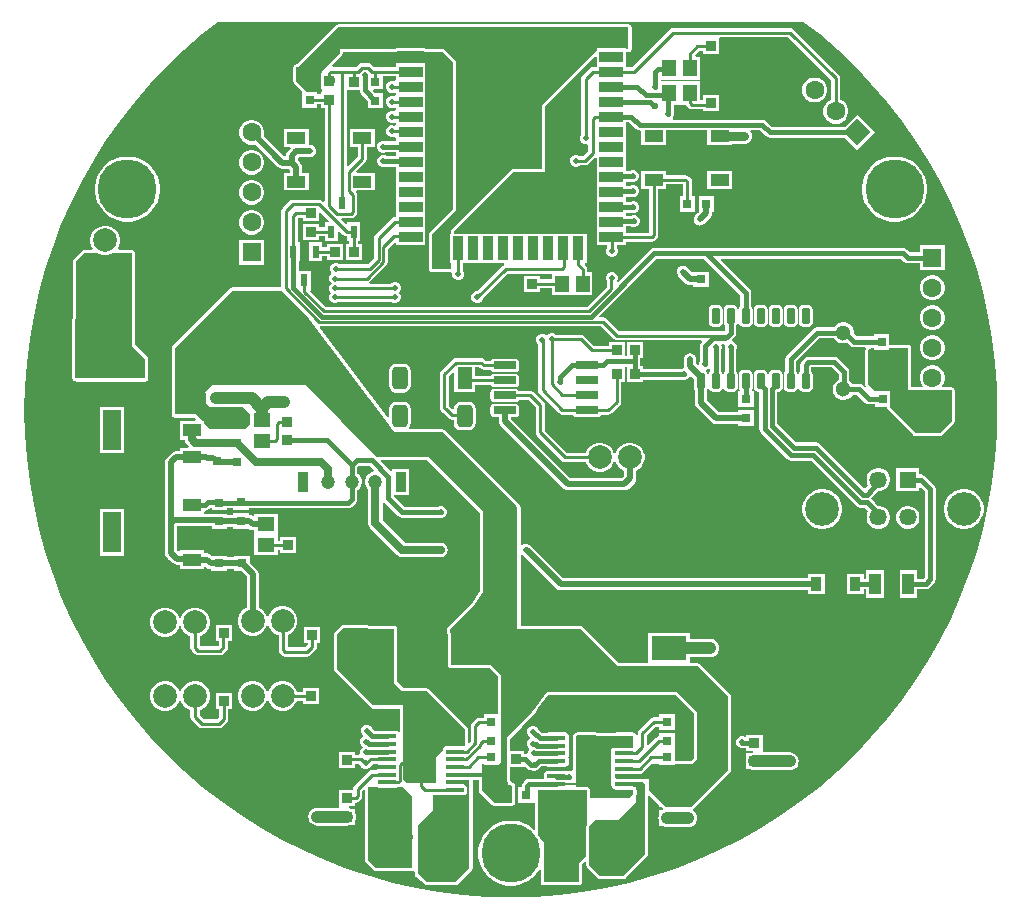
<source format=gtl>
G04*
G04 #@! TF.GenerationSoftware,Altium Limited,Altium Designer,23.9.2 (47)*
G04*
G04 Layer_Physical_Order=1*
G04 Layer_Color=255*
%FSLAX44Y44*%
%MOMM*%
G71*
G04*
G04 #@! TF.SameCoordinates,B0C4C809-8F89-4942-82D6-759F1D8726B9*
G04*
G04*
G04 #@! TF.FilePolarity,Positive*
G04*
G01*
G75*
%ADD10C,0.2000*%
%ADD15C,0.2540*%
G04:AMPARAMS|DCode=19|XSize=1.57mm|YSize=0.41mm|CornerRadius=0.0513mm|HoleSize=0mm|Usage=FLASHONLY|Rotation=0.000|XOffset=0mm|YOffset=0mm|HoleType=Round|Shape=RoundedRectangle|*
%AMROUNDEDRECTD19*
21,1,1.5700,0.3075,0,0,0.0*
21,1,1.4675,0.4100,0,0,0.0*
1,1,0.1025,0.7338,-0.1538*
1,1,0.1025,-0.7338,-0.1538*
1,1,0.1025,-0.7338,0.1538*
1,1,0.1025,0.7338,0.1538*
%
%ADD19ROUNDEDRECTD19*%
%ADD20R,3.0000X2.0000*%
%ADD21R,1.3000X1.3000*%
%ADD22R,1.3000X1.3000*%
%ADD23R,2.0000X0.9000*%
%ADD24R,0.9000X2.0000*%
G04:AMPARAMS|DCode=25|XSize=1.3mm|YSize=1.9mm|CornerRadius=0.325mm|HoleSize=0mm|Usage=FLASHONLY|Rotation=180.000|XOffset=0mm|YOffset=0mm|HoleType=Round|Shape=RoundedRectangle|*
%AMROUNDEDRECTD25*
21,1,1.3000,1.2500,0,0,180.0*
21,1,0.6500,1.9000,0,0,180.0*
1,1,0.6500,-0.3250,0.6250*
1,1,0.6500,0.3250,0.6250*
1,1,0.6500,0.3250,-0.6250*
1,1,0.6500,-0.3250,-0.6250*
%
%ADD25ROUNDEDRECTD25*%
%ADD26R,1.3000X1.9000*%
%ADD27R,0.8500X0.8500*%
%ADD28R,1.6000X1.0000*%
%ADD29R,1.4700X1.1600*%
%ADD30R,1.1600X1.4700*%
%ADD31R,0.8500X0.8500*%
G04:AMPARAMS|DCode=32|XSize=1.31mm|YSize=0.62mm|CornerRadius=0.0775mm|HoleSize=0mm|Usage=FLASHONLY|Rotation=90.000|XOffset=0mm|YOffset=0mm|HoleType=Round|Shape=RoundedRectangle|*
%AMROUNDEDRECTD32*
21,1,1.3100,0.4650,0,0,90.0*
21,1,1.1550,0.6200,0,0,90.0*
1,1,0.1550,0.2325,0.5775*
1,1,0.1550,0.2325,-0.5775*
1,1,0.1550,-0.2325,-0.5775*
1,1,0.1550,-0.2325,0.5775*
%
%ADD32ROUNDEDRECTD32*%
%ADD33R,0.8000X0.8000*%
%ADD34R,1.0000X1.8000*%
%ADD35R,0.9100X1.2200*%
%ADD36R,0.8000X0.8000*%
G04:AMPARAMS|DCode=37|XSize=1.9mm|YSize=0.61mm|CornerRadius=0.0458mm|HoleSize=0mm|Usage=FLASHONLY|Rotation=180.000|XOffset=0mm|YOffset=0mm|HoleType=Round|Shape=RoundedRectangle|*
%AMROUNDEDRECTD37*
21,1,1.9000,0.5185,0,0,180.0*
21,1,1.8085,0.6100,0,0,180.0*
1,1,0.0915,-0.9043,0.2592*
1,1,0.0915,0.9043,0.2592*
1,1,0.0915,0.9043,-0.2592*
1,1,0.0915,-0.9043,-0.2592*
%
%ADD37ROUNDEDRECTD37*%
%ADD38R,1.5500X3.4500*%
%ADD39R,1.5500X1.1000*%
%ADD40R,1.5500X1.1000*%
%ADD41R,0.6000X1.1000*%
%ADD69C,1.3000*%
%ADD77R,2.4800X3.4000*%
%ADD78C,1.0000*%
%ADD79C,0.4000*%
%ADD80C,0.3810*%
%ADD81C,0.5000*%
%ADD82C,0.8000*%
%ADD83C,0.7000*%
%ADD84C,0.3350*%
%ADD85C,2.0000*%
%ADD86R,1.6000X1.6000*%
%ADD87C,1.6000*%
%ADD88C,1.4580*%
%ADD89C,1.2000*%
%ADD90R,0.9000X1.7000*%
%ADD91P,2.2627X4X180.0*%
%ADD92O,2.6000X1.6000*%
%ADD93C,2.8500*%
%ADD94R,1.4580X1.4580*%
%ADD95C,5.0000*%
%ADD96C,0.5000*%
%ADD97C,0.6000*%
G36*
X261343Y318447D02*
X276653Y305240D01*
X291298Y291298D01*
X305240Y276653D01*
X318447Y261343D01*
X330887Y245403D01*
X342530Y228871D01*
X353347Y211788D01*
X363314Y194195D01*
X372405Y176134D01*
X380599Y157649D01*
X387876Y138784D01*
X394218Y119585D01*
X399611Y100097D01*
X404041Y80369D01*
X407498Y60447D01*
X409973Y40379D01*
X411461Y20214D01*
X411951Y254D01*
X411900Y0D01*
X411951Y-254D01*
X411461Y-20214D01*
X409973Y-40379D01*
X407498Y-60447D01*
X404041Y-80369D01*
X399611Y-100097D01*
X394218Y-119585D01*
X387876Y-138784D01*
X380599Y-157649D01*
X372405Y-176134D01*
X363314Y-194195D01*
X353347Y-211788D01*
X342530Y-228871D01*
X330887Y-245403D01*
X318447Y-261343D01*
X305240Y-276653D01*
X291298Y-291298D01*
X276653Y-305240D01*
X261343Y-318447D01*
X245403Y-330887D01*
X228871Y-342530D01*
X211788Y-353347D01*
X194195Y-363314D01*
X176134Y-372405D01*
X157649Y-380599D01*
X138784Y-387876D01*
X119585Y-394218D01*
X100097Y-399611D01*
X80369Y-404041D01*
X60447Y-407498D01*
X40379Y-409973D01*
X20214Y-411461D01*
X254Y-411951D01*
X0Y-411900D01*
X-254Y-411951D01*
X-20214Y-411461D01*
X-40379Y-409973D01*
X-60447Y-407498D01*
X-80369Y-404041D01*
X-100097Y-399611D01*
X-119585Y-394218D01*
X-138784Y-387876D01*
X-157649Y-380599D01*
X-176134Y-372405D01*
X-194195Y-363314D01*
X-211788Y-353347D01*
X-228871Y-342530D01*
X-245403Y-330887D01*
X-261343Y-318447D01*
X-276653Y-305240D01*
X-291298Y-291298D01*
X-305240Y-276653D01*
X-318447Y-261343D01*
X-330887Y-245403D01*
X-342530Y-228871D01*
X-353347Y-211788D01*
X-363314Y-194195D01*
X-372405Y-176134D01*
X-380599Y-157649D01*
X-387876Y-138784D01*
X-394218Y-119585D01*
X-399611Y-100097D01*
X-404041Y-80369D01*
X-407498Y-60447D01*
X-409973Y-40379D01*
X-411461Y-20214D01*
X-411951Y-254D01*
X-411900Y0D01*
X-411951Y254D01*
X-411461Y20214D01*
X-409973Y40379D01*
X-407498Y60447D01*
X-404041Y80369D01*
X-399611Y100097D01*
X-394218Y119585D01*
X-387876Y138784D01*
X-380599Y157649D01*
X-372405Y176134D01*
X-363314Y194195D01*
X-353347Y211788D01*
X-342530Y228871D01*
X-330887Y245403D01*
X-318447Y261343D01*
X-305240Y276653D01*
X-291298Y291298D01*
X-276653Y305240D01*
X-261343Y318447D01*
X-247585Y329184D01*
X247585D01*
X261343Y318447D01*
D02*
G37*
%LPC*%
G36*
X258599Y281902D02*
X255824D01*
X253144Y281184D01*
X250740Y279796D01*
X248778Y277834D01*
X247390Y275431D01*
X246672Y272750D01*
Y269975D01*
X247390Y267294D01*
X248778Y264891D01*
X250740Y262928D01*
X253144Y261541D01*
X255824Y260822D01*
X258599D01*
X261280Y261541D01*
X263683Y262928D01*
X265646Y264891D01*
X267033Y267294D01*
X267752Y269975D01*
Y272750D01*
X267033Y275431D01*
X265646Y277834D01*
X263683Y279796D01*
X261280Y281184D01*
X258599Y281902D01*
D02*
G37*
G36*
X99314Y327456D02*
X-145796D01*
X-146787Y327259D01*
X-147627Y326697D01*
X-181159Y293166D01*
X-181610D01*
X-182601Y292969D01*
X-183441Y292407D01*
X-184003Y291567D01*
X-184200Y290576D01*
Y278892D01*
X-184003Y277901D01*
X-183441Y277061D01*
X-176671Y270290D01*
X-176974Y269558D01*
X-176974D01*
Y256478D01*
X-163894D01*
Y259133D01*
X-160714D01*
Y256348D01*
X-157809D01*
Y177160D01*
X-158982Y176674D01*
X-159583Y177275D01*
X-160843Y178117D01*
X-162330Y178413D01*
X-184882D01*
X-186369Y178117D01*
X-187629Y177275D01*
X-193269Y171635D01*
X-194111Y170375D01*
X-194407Y168888D01*
Y104190D01*
X-236220D01*
X-237211Y103993D01*
X-238051Y103431D01*
X-286565Y54917D01*
X-287127Y54077D01*
X-287324Y53086D01*
Y-3302D01*
X-287127Y-4293D01*
X-286565Y-5133D01*
X-285725Y-5695D01*
X-284734Y-5892D01*
X-268027D01*
X-266622Y-7297D01*
X-267108Y-8470D01*
X-280324D01*
Y-24550D01*
X-276153D01*
X-275724Y-26709D01*
X-274389Y-28707D01*
X-272895Y-30200D01*
X-273421Y-31470D01*
X-280324D01*
Y-34372D01*
X-283350D01*
X-285317Y-34763D01*
X-286984Y-35877D01*
X-291416Y-40308D01*
X-292530Y-41975D01*
X-292921Y-43942D01*
Y-94621D01*
X-292850Y-94975D01*
X-292921Y-95328D01*
Y-97068D01*
X-292871Y-97318D01*
X-292921Y-97568D01*
Y-120432D01*
X-292530Y-122399D01*
X-291416Y-124066D01*
X-289928Y-125554D01*
X-289053Y-126138D01*
X-286082Y-129110D01*
X-284415Y-130224D01*
X-282448Y-130615D01*
X-280324D01*
Y-134164D01*
X-259744D01*
Y-132859D01*
X-258474Y-132333D01*
X-257888Y-132920D01*
X-256220Y-134034D01*
X-254254Y-134425D01*
X-253682D01*
Y-135952D01*
X-240602D01*
Y-134551D01*
X-234124D01*
Y-135952D01*
X-228311D01*
X-223833Y-140430D01*
Y-166795D01*
X-226394Y-168274D01*
X-228729Y-170608D01*
X-230379Y-173468D01*
X-231234Y-176657D01*
Y-179959D01*
X-230379Y-183148D01*
X-228729Y-186008D01*
X-226394Y-188342D01*
X-223534Y-189993D01*
X-220345Y-190848D01*
X-217043D01*
X-213854Y-189993D01*
X-210994Y-188342D01*
X-208659Y-186008D01*
X-207009Y-183148D01*
X-206651Y-181815D01*
X-205337D01*
X-204979Y-183148D01*
X-203328Y-186008D01*
X-200994Y-188342D01*
X-198134Y-189993D01*
X-196671Y-190386D01*
Y-202982D01*
X-196375Y-204469D01*
X-195533Y-205729D01*
X-194045Y-207217D01*
X-192785Y-208059D01*
X-191298Y-208355D01*
X-172720D01*
X-171233Y-208059D01*
X-169973Y-207217D01*
X-165401Y-202645D01*
X-164559Y-201385D01*
X-164263Y-199898D01*
Y-196658D01*
X-161358D01*
Y-183078D01*
X-174938D01*
Y-196658D01*
X-172033D01*
Y-198289D01*
X-174329Y-200585D01*
X-188901D01*
Y-190113D01*
X-188454Y-189993D01*
X-185594Y-188342D01*
X-183260Y-186008D01*
X-181609Y-183148D01*
X-180754Y-179959D01*
Y-176657D01*
X-181609Y-173468D01*
X-183260Y-170608D01*
X-185594Y-168274D01*
X-188454Y-166623D01*
X-191643Y-165768D01*
X-194945D01*
X-198134Y-166623D01*
X-200994Y-168274D01*
X-203328Y-170608D01*
X-204979Y-173468D01*
X-205337Y-174801D01*
X-206651D01*
X-207009Y-173468D01*
X-208659Y-170608D01*
X-210994Y-168274D01*
X-213555Y-166795D01*
Y-138302D01*
X-213946Y-136335D01*
X-215060Y-134668D01*
X-221044Y-128685D01*
Y-122872D01*
X-234124D01*
Y-124273D01*
X-240602D01*
Y-122872D01*
X-253401D01*
X-253782Y-122491D01*
X-255449Y-121377D01*
X-257416Y-120985D01*
X-259744D01*
Y-118084D01*
X-280324D01*
Y-118673D01*
X-281497Y-119159D01*
X-282370Y-118286D01*
X-282643Y-118104D01*
Y-97568D01*
X-282580Y-97491D01*
X-253428D01*
Y-100392D01*
X-240348D01*
Y-98483D01*
X-235140D01*
Y-99884D01*
X-222343D01*
X-222338Y-99890D01*
X-220671Y-101004D01*
X-218704Y-101395D01*
X-217154D01*
Y-104446D01*
X-217154Y-104596D01*
Y-105716D01*
X-217154Y-105866D01*
Y-122396D01*
X-197374D01*
Y-117941D01*
X-195766D01*
Y-120966D01*
X-182186D01*
Y-107386D01*
X-195766D01*
Y-110171D01*
X-197374D01*
Y-105866D01*
X-197374Y-105716D01*
Y-104596D01*
X-197374Y-104446D01*
Y-87916D01*
X-217154D01*
Y-88838D01*
X-218424Y-89415D01*
X-219650Y-88596D01*
X-221616Y-88205D01*
X-222060D01*
Y-86804D01*
X-235140D01*
Y-88205D01*
X-240348D01*
Y-87312D01*
X-247892D01*
X-248388Y-87213D01*
X-259744D01*
Y-85627D01*
X-258940Y-84753D01*
X-257169Y-84401D01*
X-255667Y-83398D01*
X-254698Y-82428D01*
X-253428Y-82535D01*
Y-84392D01*
X-240348D01*
Y-82481D01*
X-235140D01*
Y-83884D01*
X-222060D01*
Y-82861D01*
X-138176D01*
X-138176Y-82861D01*
X-136405Y-82509D01*
X-134903Y-81505D01*
X-131535Y-78137D01*
X-131535Y-78137D01*
X-130531Y-76635D01*
X-130179Y-74864D01*
Y-67386D01*
X-129564Y-67032D01*
X-127974Y-65442D01*
X-126850Y-63494D01*
X-126268Y-61322D01*
Y-59074D01*
X-126850Y-56902D01*
X-127974Y-54954D01*
X-129564Y-53364D01*
X-129991Y-53118D01*
Y-48145D01*
X-128385Y-46539D01*
X-119773D01*
X-115823Y-50489D01*
X-116341Y-51768D01*
X-118104Y-52240D01*
X-120052Y-53364D01*
X-121642Y-54954D01*
X-122766Y-56902D01*
X-123348Y-59074D01*
Y-61322D01*
X-122766Y-63494D01*
X-121642Y-65442D01*
X-120966Y-66117D01*
Y-95250D01*
X-120498Y-97607D01*
X-119163Y-99605D01*
X-96303Y-122465D01*
X-94305Y-123799D01*
X-91948Y-124268D01*
X-59436D01*
X-57079Y-123799D01*
X-55081Y-122465D01*
X-53747Y-120467D01*
X-53278Y-118110D01*
X-53747Y-115753D01*
X-55081Y-113755D01*
X-57079Y-112421D01*
X-59436Y-111952D01*
X-89397D01*
X-108650Y-92699D01*
Y-77750D01*
X-107380Y-77365D01*
X-107159Y-77695D01*
X-95475Y-89379D01*
X-95475Y-89379D01*
X-93973Y-90383D01*
X-92202Y-90735D01*
X-92202Y-90735D01*
X-61431D01*
X-60438Y-91146D01*
X-58433D01*
X-56581Y-90379D01*
X-55163Y-88961D01*
X-54396Y-87108D01*
Y-85104D01*
X-55163Y-83251D01*
X-56581Y-81833D01*
X-58433Y-81066D01*
X-60438D01*
X-61431Y-81477D01*
X-90285D01*
X-99254Y-72508D01*
X-99249Y-71238D01*
X-86268D01*
Y-49158D01*
X-100348D01*
Y-51076D01*
X-101618Y-51602D01*
X-110086Y-43133D01*
X-109600Y-41960D01*
X-70669D01*
X-26212Y-86417D01*
Y-152679D01*
X-32270Y-162465D01*
X-53291Y-183486D01*
X-53366Y-183599D01*
X-53470Y-183685D01*
X-53645Y-184016D01*
X-53852Y-184327D01*
X-53879Y-184459D01*
X-53942Y-184579D01*
X-53976Y-184951D01*
X-54050Y-185318D01*
X-54023Y-185450D01*
X-54036Y-185585D01*
X-53390Y-191809D01*
Y-215646D01*
X-53193Y-216637D01*
X-52631Y-217477D01*
X-51791Y-218039D01*
X-50800Y-218236D01*
X-17583D01*
X-10718Y-225101D01*
Y-257240D01*
X-23050D01*
Y-259895D01*
X-27052D01*
X-28539Y-260191D01*
X-29799Y-261033D01*
X-32973Y-264207D01*
X-33815Y-265467D01*
X-34111Y-266954D01*
Y-280019D01*
X-35353Y-281262D01*
X-36526Y-280776D01*
Y-269748D01*
X-36723Y-268757D01*
X-37285Y-267917D01*
X-69289Y-235913D01*
X-70129Y-235351D01*
X-71120Y-235154D01*
X-90875D01*
X-96216Y-229813D01*
Y-184613D01*
X-96313Y-184126D01*
X-96405Y-183641D01*
X-96411Y-183632D01*
X-96413Y-183622D01*
X-96689Y-183209D01*
X-96960Y-182796D01*
X-96969Y-182790D01*
X-96975Y-182781D01*
X-97387Y-182506D01*
X-97795Y-182228D01*
X-97806Y-182226D01*
X-97815Y-182220D01*
X-98299Y-182124D01*
X-98785Y-182023D01*
X-142076Y-181671D01*
X-142086Y-181673D01*
X-142097Y-181671D01*
X-142582Y-181767D01*
X-143068Y-181860D01*
X-143077Y-181866D01*
X-143088Y-181868D01*
X-143500Y-182143D01*
X-143913Y-182415D01*
X-143919Y-182423D01*
X-143928Y-182429D01*
X-149151Y-187653D01*
X-149713Y-188493D01*
X-149910Y-189484D01*
Y-218948D01*
X-149713Y-219939D01*
X-149151Y-220779D01*
X-118417Y-251513D01*
X-117577Y-252075D01*
X-116586Y-252272D01*
X-93776D01*
Y-271669D01*
X-95046Y-272055D01*
X-95108Y-271962D01*
X-96117Y-271287D01*
X-97309Y-271050D01*
X-111983D01*
X-112575Y-271168D01*
X-115445D01*
X-117513Y-269100D01*
X-117901Y-268163D01*
X-119319Y-266745D01*
X-121172Y-265978D01*
X-123176D01*
X-125029Y-266745D01*
X-126447Y-268163D01*
X-127214Y-270016D01*
Y-272020D01*
X-126447Y-273873D01*
X-125472Y-274847D01*
X-125318Y-275905D01*
X-125559Y-276420D01*
X-126701Y-277561D01*
X-127468Y-279414D01*
Y-281418D01*
X-126701Y-283271D01*
X-126067Y-283904D01*
X-125324Y-284734D01*
X-126067Y-285564D01*
X-126701Y-286197D01*
X-127468Y-288050D01*
Y-290054D01*
X-127405Y-290207D01*
X-128253Y-291477D01*
X-131894D01*
Y-288990D01*
X-145474D01*
Y-302570D01*
X-131894D01*
Y-299247D01*
X-128553D01*
X-127893Y-299906D01*
X-127209Y-301559D01*
X-125791Y-302977D01*
X-123939Y-303744D01*
X-121933D01*
X-120081Y-302977D01*
X-118663Y-301559D01*
X-117979Y-299906D01*
X-117131Y-299059D01*
X-114004D01*
X-113174Y-299613D01*
X-111983Y-299850D01*
X-97483D01*
X-97411Y-299938D01*
Y-303550D01*
X-111983D01*
X-113174Y-303787D01*
X-113965Y-304315D01*
X-117192D01*
X-118679Y-304611D01*
X-119939Y-305453D01*
X-132541Y-318055D01*
X-133383Y-319315D01*
X-133679Y-320802D01*
Y-321502D01*
X-145474D01*
Y-334917D01*
X-145474Y-335082D01*
X-145873Y-336187D01*
X-163954D01*
X-165922Y-336446D01*
X-167757Y-337206D01*
X-169332Y-338414D01*
X-170540Y-339990D01*
X-171300Y-341824D01*
X-171559Y-343792D01*
X-171300Y-345760D01*
X-170540Y-347594D01*
X-169332Y-349170D01*
X-167757Y-350378D01*
X-165922Y-351138D01*
X-163954Y-351397D01*
X-138684D01*
X-136716Y-351138D01*
X-135374Y-350582D01*
X-131894D01*
Y-347102D01*
X-131338Y-345760D01*
X-131079Y-343792D01*
X-131338Y-341824D01*
X-131894Y-340482D01*
Y-337002D01*
X-135374D01*
X-136716Y-336446D01*
X-137430Y-336352D01*
X-137347Y-335082D01*
X-131894D01*
Y-332053D01*
X-131282D01*
X-129795Y-331757D01*
X-128535Y-330915D01*
X-127047Y-329427D01*
X-126205Y-328167D01*
X-125909Y-326680D01*
Y-322411D01*
X-124667Y-321169D01*
X-123494Y-321655D01*
Y-380492D01*
X-123297Y-381483D01*
X-122735Y-382323D01*
X-116131Y-388927D01*
X-115291Y-389489D01*
X-114300Y-389686D01*
X-83566D01*
X-82854Y-389544D01*
X-81939Y-390043D01*
X-81584Y-390354D01*
Y-392684D01*
X-81561Y-392800D01*
X-81573Y-392919D01*
X-81463Y-393293D01*
X-81387Y-393675D01*
X-81321Y-393774D01*
X-81287Y-393888D01*
X-81042Y-394191D01*
X-80825Y-394515D01*
X-80726Y-394581D01*
X-80652Y-394674D01*
X-73032Y-401023D01*
X-72689Y-401210D01*
X-72365Y-401427D01*
X-72249Y-401450D01*
X-72144Y-401507D01*
X-71757Y-401548D01*
X-71374Y-401624D01*
X-46736D01*
X-45745Y-401427D01*
X-44905Y-400865D01*
X-33221Y-389181D01*
X-32659Y-388341D01*
X-32462Y-387350D01*
Y-312498D01*
X-27228D01*
Y-321564D01*
X-27031Y-322555D01*
X-26469Y-323395D01*
X-16055Y-333809D01*
X-15215Y-334371D01*
X-14224Y-334568D01*
X1270D01*
X2261Y-334371D01*
X3101Y-333809D01*
X3663Y-332969D01*
X3860Y-331978D01*
Y-318008D01*
X3663Y-317017D01*
X3101Y-316177D01*
X2147Y-315223D01*
X1307Y-314661D01*
X362Y-314473D01*
X175Y-313529D01*
X-387Y-312689D01*
X-458Y-312617D01*
Y-301554D01*
X11362D01*
Y-301554D01*
X12126Y-301238D01*
X13840Y-302951D01*
X15310Y-303933D01*
X16658Y-304202D01*
X16703Y-304247D01*
X18556Y-305014D01*
X20561D01*
X22413Y-304247D01*
X23831Y-302829D01*
X23868Y-302739D01*
X25345Y-301262D01*
X30679D01*
X31270Y-301380D01*
X45946D01*
X47137Y-301143D01*
X48146Y-300468D01*
X48821Y-299459D01*
X49058Y-298267D01*
Y-295193D01*
X48821Y-294002D01*
X48472Y-293480D01*
X48821Y-292959D01*
X49058Y-291768D01*
Y-288692D01*
X48821Y-287502D01*
X48472Y-286980D01*
X48821Y-286458D01*
X49058Y-285268D01*
Y-282192D01*
X48821Y-281001D01*
X48472Y-280480D01*
X48821Y-279958D01*
X49058Y-278768D01*
Y-275693D01*
X48821Y-274501D01*
X48146Y-273492D01*
X47137Y-272817D01*
X45946Y-272580D01*
X31270D01*
X30709Y-272692D01*
X26185D01*
X23349Y-269855D01*
X23069Y-269179D01*
X21651Y-267761D01*
X19799Y-266994D01*
X17794D01*
X15941Y-267761D01*
X14523Y-269179D01*
X13756Y-271031D01*
Y-273036D01*
X14523Y-274889D01*
X15941Y-276307D01*
X16231Y-276427D01*
Y-277801D01*
X15941Y-277921D01*
X14523Y-279339D01*
X13756Y-281192D01*
Y-283197D01*
X14523Y-285049D01*
X15101Y-285627D01*
X15107Y-287391D01*
X15031Y-287467D01*
X14264Y-289319D01*
Y-289570D01*
X12994Y-290612D01*
X12305Y-290475D01*
X11362D01*
Y-287974D01*
X-458D01*
Y-278639D01*
X19853Y-256779D01*
X19933Y-256649D01*
X20045Y-256546D01*
X23299Y-252101D01*
X31549Y-240829D01*
X56654Y-240588D01*
X139897D01*
X155398Y-256089D01*
Y-294329D01*
X153105Y-296622D01*
X138620D01*
Y-286958D01*
X138620D01*
Y-286320D01*
X138620D01*
Y-273240D01*
X125540D01*
Y-275895D01*
X125350D01*
X123863Y-276191D01*
X122603Y-277033D01*
X116310Y-283326D01*
X115137Y-282840D01*
Y-274913D01*
X122513Y-267537D01*
X125540D01*
Y-270320D01*
X138620D01*
Y-257240D01*
X125540D01*
Y-259767D01*
X120904D01*
X119417Y-260063D01*
X118157Y-260905D01*
X108505Y-270557D01*
X107663Y-271817D01*
X107367Y-273304D01*
Y-274105D01*
X106872Y-274277D01*
X106097Y-274317D01*
X105546Y-273492D01*
X104537Y-272817D01*
X103345Y-272580D01*
X88671D01*
X87866Y-272740D01*
X55785Y-272499D01*
X55780Y-272500D01*
X55775Y-272499D01*
X55285Y-272595D01*
X54792Y-272689D01*
X54788Y-272691D01*
X54783Y-272692D01*
X54369Y-272967D01*
X53948Y-273244D01*
X53945Y-273248D01*
X53941Y-273251D01*
X53040Y-274145D01*
X53037Y-274149D01*
X53033Y-274152D01*
X52754Y-274570D01*
X52475Y-274983D01*
X52474Y-274988D01*
X52471Y-274992D01*
X52373Y-275486D01*
X52274Y-275974D01*
X52275Y-275979D01*
X52274Y-275983D01*
Y-304397D01*
X51004Y-305246D01*
X50024Y-304840D01*
X48019D01*
X46955Y-305281D01*
X45946Y-305080D01*
X31270D01*
X30080Y-305317D01*
X29070Y-305992D01*
X28395Y-307001D01*
X28158Y-308193D01*
Y-311267D01*
X27884Y-311601D01*
X15458D01*
X13686Y-311953D01*
X12185Y-312957D01*
X12185Y-312957D01*
X10697Y-314445D01*
X9693Y-315947D01*
X9341Y-317718D01*
X9341Y-317718D01*
Y-319088D01*
X6286D01*
Y-332168D01*
X19366D01*
Y-320859D01*
X20617D01*
X20778Y-321056D01*
X20778Y-352298D01*
Y-354821D01*
X19605Y-355308D01*
X17941Y-353644D01*
X14434Y-351096D01*
X10572Y-349128D01*
X6449Y-347788D01*
X2167Y-347110D01*
X-2167D01*
X-6449Y-347788D01*
X-10572Y-349128D01*
X-14434Y-351096D01*
X-17941Y-353644D01*
X-21006Y-356709D01*
X-23554Y-360216D01*
X-25522Y-364078D01*
X-26862Y-368201D01*
X-27540Y-372482D01*
Y-376818D01*
X-26862Y-381099D01*
X-25522Y-385222D01*
X-23554Y-389084D01*
X-21006Y-392591D01*
X-17941Y-395656D01*
X-14434Y-398204D01*
X-10572Y-400172D01*
X-6449Y-401512D01*
X-2167Y-402190D01*
X2167D01*
X6449Y-401512D01*
X10572Y-400172D01*
X14434Y-398204D01*
X17941Y-395656D01*
X21006Y-392591D01*
X23554Y-389084D01*
X23861Y-388482D01*
X25096Y-388778D01*
Y-399288D01*
X25293Y-400279D01*
X25855Y-401119D01*
X26695Y-401681D01*
X27686Y-401878D01*
X57912D01*
X58903Y-401681D01*
X59743Y-401119D01*
X60305Y-400279D01*
X60502Y-399288D01*
Y-383851D01*
X62785Y-381568D01*
X63958Y-382054D01*
Y-385064D01*
X64155Y-386055D01*
X64717Y-386895D01*
X73607Y-395785D01*
X74447Y-396347D01*
X75438Y-396544D01*
X95250D01*
X96241Y-396347D01*
X97081Y-395785D01*
X115369Y-377497D01*
X115931Y-376657D01*
X116128Y-375666D01*
Y-325666D01*
X117301Y-325180D01*
X125794Y-333672D01*
Y-335598D01*
X127719D01*
X129017Y-336896D01*
X128812Y-338356D01*
X128532Y-338472D01*
X128471Y-338518D01*
X125794D01*
Y-341195D01*
X125748Y-341255D01*
X124988Y-343090D01*
X124729Y-345058D01*
X124988Y-347026D01*
X125748Y-348861D01*
X125794Y-348921D01*
Y-351598D01*
X128471D01*
X128532Y-351644D01*
X130366Y-352404D01*
X132334Y-352663D01*
X143384D01*
X144341Y-352537D01*
X149285D01*
X150242Y-352663D01*
X152210Y-352404D01*
X154045Y-351644D01*
X155620Y-350436D01*
X156828Y-348861D01*
X157588Y-347026D01*
X157847Y-345058D01*
X157588Y-343090D01*
X156828Y-341255D01*
X155620Y-339680D01*
X155494Y-339554D01*
X154386Y-338705D01*
X154311Y-337384D01*
X154398Y-337170D01*
X154485Y-337111D01*
X185473Y-306123D01*
X186035Y-305283D01*
X186232Y-304292D01*
Y-242062D01*
X186035Y-241071D01*
X185473Y-240231D01*
X159565Y-214323D01*
X158725Y-213761D01*
X157734Y-213564D01*
X151566D01*
Y-208773D01*
X168910D01*
X170878Y-208514D01*
X172712Y-207754D01*
X174288Y-206546D01*
X175496Y-204970D01*
X176256Y-203136D01*
X176515Y-201168D01*
X176256Y-199200D01*
X175496Y-197365D01*
X174288Y-195790D01*
X172712Y-194582D01*
X170878Y-193822D01*
X168910Y-193563D01*
X151566D01*
Y-188628D01*
X116486D01*
Y-213564D01*
X91497D01*
X61013Y-183081D01*
X60599Y-182804D01*
X60185Y-182524D01*
X60178Y-182523D01*
X60173Y-182519D01*
X59685Y-182422D01*
X59195Y-182322D01*
X8178Y-182073D01*
Y-122900D01*
X8378Y-122697D01*
X9448Y-122253D01*
X9487Y-122279D01*
X9591Y-122383D01*
X9727Y-122439D01*
X10733Y-123112D01*
X10994Y-123163D01*
X38530Y-150700D01*
X40198Y-151814D01*
X42164Y-152205D01*
X251617D01*
Y-155706D01*
X265797D01*
Y-138426D01*
X251617D01*
Y-141927D01*
X44292D01*
X17096Y-114730D01*
X15429Y-113616D01*
X14523Y-113436D01*
X14412Y-113362D01*
X13916Y-113264D01*
X13448Y-113070D01*
X12942D01*
X12446Y-112971D01*
X11950Y-113070D01*
X11444D01*
X10976Y-113264D01*
X10480Y-113362D01*
X10059Y-113644D01*
X9591Y-113837D01*
X9448Y-113981D01*
X8741Y-113812D01*
X8178Y-113373D01*
Y-81788D01*
X7981Y-80797D01*
X7419Y-79957D01*
X-55827Y-16711D01*
X-56667Y-16149D01*
X-57658Y-15952D01*
X-85945D01*
X-86415Y-14682D01*
X-85344Y-13079D01*
X-84895Y-10820D01*
Y1680D01*
X-85344Y3939D01*
X-86624Y5854D01*
X-88539Y7134D01*
X-90798Y7583D01*
X-97298D01*
X-99557Y7134D01*
X-101472Y5854D01*
X-102752Y3939D01*
X-103201Y1680D01*
Y-5669D01*
X-104405Y-6074D01*
X-161970Y69902D01*
X-161339Y71172D01*
X76706D01*
X87380Y60499D01*
X88640Y59657D01*
X90126Y59361D01*
X161359D01*
X161845Y58188D01*
X161133Y57476D01*
X160151Y56006D01*
X159806Y54272D01*
Y41853D01*
X159298Y40627D01*
Y39075D01*
X158079Y38498D01*
X156777Y39801D01*
Y43434D01*
X156678Y43930D01*
Y44436D01*
X156484Y44904D01*
X156386Y45401D01*
X156104Y45821D01*
X155911Y46289D01*
X155553Y46647D01*
X155272Y47068D01*
X154851Y47349D01*
X154493Y47707D01*
X154025Y47900D01*
X153604Y48182D01*
X153108Y48280D01*
X152640Y48474D01*
X152134D01*
X151638Y48573D01*
X151142Y48474D01*
X150635D01*
X150168Y48280D01*
X149671Y48182D01*
X149251Y47900D01*
X148783Y47707D01*
X148425Y47349D01*
X148004Y47068D01*
X147723Y46647D01*
X147365Y46289D01*
X147172Y45821D01*
X146890Y45401D01*
X146792Y44904D01*
X146598Y44436D01*
Y43930D01*
X146499Y43434D01*
Y37672D01*
X146681Y36756D01*
X145876Y35774D01*
X145555D01*
X144563Y35363D01*
X111822D01*
Y37778D01*
X109661D01*
Y40262D01*
X109661Y40262D01*
X109661Y40262D01*
Y44264D01*
X111822D01*
Y57844D01*
X98242D01*
Y46539D01*
X96322D01*
Y57844D01*
X82742D01*
Y54939D01*
X70189D01*
X62183Y62945D01*
X60923Y63787D01*
X59436Y64083D01*
X37787D01*
X37399Y64471D01*
X35547Y65238D01*
X33542D01*
X31689Y64471D01*
X30480Y63262D01*
X29525Y64217D01*
X27673Y64984D01*
X25668D01*
X23815Y64217D01*
X22397Y62799D01*
X21630Y60946D01*
Y58941D01*
X22397Y57089D01*
X23039Y56447D01*
Y17018D01*
X23335Y15531D01*
X24177Y14271D01*
X40941Y-2493D01*
X42201Y-3335D01*
X43688Y-3631D01*
X52984D01*
X53564Y-4500D01*
X54556Y-5162D01*
X55725Y-5395D01*
X73811D01*
X74980Y-5162D01*
X75972Y-4500D01*
X76552Y-3631D01*
X82550D01*
X84037Y-3335D01*
X85297Y-2493D01*
X92279Y4489D01*
X93121Y5749D01*
X93417Y7236D01*
Y24198D01*
X96322D01*
Y37281D01*
X98242D01*
Y24198D01*
X111822D01*
Y26105D01*
X144563D01*
X145555Y25694D01*
X147561D01*
X149413Y26461D01*
X150831Y27879D01*
X151281Y28966D01*
X152771Y29271D01*
X155077Y26966D01*
Y19303D01*
X155334Y18010D01*
X155643Y17547D01*
Y6604D01*
X156034Y4638D01*
X157148Y2970D01*
X169974Y-9856D01*
X171642Y-10970D01*
X173608Y-11361D01*
X192342D01*
Y-12762D01*
X205422D01*
Y318D01*
X192342D01*
Y-1083D01*
X175737D01*
X165921Y8733D01*
Y17547D01*
X166230Y18010D01*
X166487Y19303D01*
Y30853D01*
X166230Y32146D01*
X165497Y33243D01*
X165371Y33327D01*
X165359Y33812D01*
X165609Y34695D01*
X167193Y35351D01*
X167680Y35838D01*
X168950Y35312D01*
Y33365D01*
X168767Y33243D01*
X168034Y32146D01*
X167777Y30853D01*
Y19303D01*
X168034Y18010D01*
X168767Y16913D01*
X169864Y16180D01*
X171157Y15923D01*
X175807D01*
X177100Y16180D01*
X178197Y16913D01*
X178930Y18010D01*
X179187Y19303D01*
Y30853D01*
X178930Y32146D01*
X178197Y33243D01*
X178014Y33365D01*
Y51365D01*
X178522Y52592D01*
Y54597D01*
X178220Y55326D01*
X179068Y56596D01*
X180490D01*
X181339Y55326D01*
X181142Y54851D01*
Y52846D01*
X181650Y51619D01*
Y33365D01*
X181467Y33243D01*
X180734Y32146D01*
X180477Y30853D01*
Y19303D01*
X180734Y18010D01*
X181467Y16913D01*
X182564Y16180D01*
X183857Y15923D01*
X188507D01*
X189800Y16180D01*
X190897Y16913D01*
X191630Y18010D01*
X191887Y19303D01*
Y30853D01*
X191630Y32146D01*
X190897Y33243D01*
X190714Y33365D01*
Y51619D01*
X191222Y52846D01*
Y54851D01*
X190455Y56703D01*
X189037Y58121D01*
X187400Y58799D01*
X187033Y59623D01*
X186963Y60158D01*
X189387Y62581D01*
X189387Y62581D01*
X190369Y64052D01*
X190714Y65786D01*
Y71791D01*
X190897Y71913D01*
X191630Y73010D01*
X191887Y74303D01*
Y85853D01*
X191630Y87146D01*
X190897Y88243D01*
X189800Y88976D01*
X188507Y89233D01*
X183857D01*
X182564Y88976D01*
X181467Y88243D01*
X180734Y87146D01*
X180477Y85853D01*
Y74303D01*
X180734Y73010D01*
X181467Y71913D01*
X181650Y71791D01*
Y67663D01*
X181117Y67131D01*
X91736D01*
X81062Y77804D01*
X79802Y78646D01*
X78316Y78942D01*
X75262D01*
X74777Y80115D01*
X123225Y128564D01*
X163731D01*
X194350Y97945D01*
Y88365D01*
X194167Y88243D01*
X193434Y87146D01*
X193177Y85853D01*
Y74303D01*
X193434Y73010D01*
X194167Y71913D01*
X195264Y71180D01*
X196557Y70923D01*
X201207D01*
X202500Y71180D01*
X203597Y71913D01*
X204330Y73010D01*
X204587Y74303D01*
Y85853D01*
X204330Y87146D01*
X203597Y88243D01*
X203414Y88365D01*
Y99822D01*
X203414Y99822D01*
X203069Y101556D01*
X202087Y103027D01*
X202087Y103027D01*
X177723Y127391D01*
X178209Y128564D01*
X330355D01*
X332837Y126081D01*
X334308Y125099D01*
X336042Y124754D01*
X346330D01*
Y118746D01*
X367410D01*
Y139826D01*
X346330D01*
Y133818D01*
X337919D01*
X335437Y136301D01*
X333966Y137283D01*
X332232Y137628D01*
X121348D01*
X121348Y137628D01*
X119614Y137283D01*
X118144Y136301D01*
X118144Y136301D01*
X90804Y108961D01*
X89728Y109681D01*
X90384Y111265D01*
Y113271D01*
X89617Y115123D01*
X88199Y116541D01*
X86347Y117308D01*
X84341D01*
X82489Y116541D01*
X81071Y115123D01*
X80304Y113271D01*
Y111265D01*
X81071Y109413D01*
X81205Y109279D01*
Y104733D01*
X64304Y87832D01*
X-156865D01*
X-170151Y101118D01*
X-169625Y102388D01*
X-169212D01*
Y118468D01*
X-179720D01*
Y126388D01*
X-178712D01*
Y142468D01*
X-180367D01*
Y162765D01*
X-180009Y163123D01*
X-175954D01*
Y160218D01*
X-162374D01*
Y167419D01*
X-161201Y167905D01*
X-153831Y160535D01*
X-154317Y159362D01*
X-157788D01*
Y155393D01*
X-162374D01*
Y158298D01*
X-175954D01*
Y144718D01*
X-162374D01*
Y147623D01*
X-157788D01*
Y143282D01*
X-146708D01*
Y151753D01*
X-145535Y152239D01*
X-141870Y148575D01*
X-140610Y147733D01*
X-139123Y147437D01*
X-138788D01*
Y143282D01*
X-137133D01*
Y141410D01*
X-140010D01*
Y127830D01*
X-126430D01*
Y141410D01*
X-129363D01*
Y143282D01*
X-127708D01*
Y159362D01*
X-138788D01*
Y158139D01*
X-139961Y157654D01*
X-143802Y161494D01*
X-143316Y162667D01*
X-135418D01*
X-133931Y162963D01*
X-132671Y163805D01*
X-131111Y165365D01*
X-130269Y166625D01*
X-129973Y168112D01*
Y182909D01*
X-130269Y184396D01*
X-130724Y185076D01*
X-130045Y186346D01*
X-115324D01*
Y201426D01*
X-130264D01*
X-130750Y202600D01*
X-123117Y210232D01*
X-122275Y211492D01*
X-121980Y212979D01*
Y223346D01*
X-115324D01*
Y238426D01*
X-136404D01*
Y223346D01*
X-129749D01*
Y214588D01*
X-137690Y206647D01*
X-138863Y207133D01*
Y271216D01*
X-129283D01*
X-128073Y271146D01*
X-127721Y269375D01*
X-126717Y267873D01*
X-121348Y262504D01*
Y255970D01*
X-108268D01*
Y269050D01*
X-114802D01*
X-116548Y270797D01*
X-116062Y271970D01*
X-108268D01*
Y283135D01*
X-97450D01*
Y279719D01*
X-98720Y278898D01*
X-99836Y279360D01*
X-101840D01*
X-103693Y278593D01*
X-105111Y277175D01*
X-105878Y275322D01*
Y273318D01*
X-105111Y271465D01*
X-103693Y270047D01*
X-101840Y269280D01*
X-99836D01*
X-98720Y269742D01*
X-97450Y268921D01*
Y266765D01*
X-98720Y265944D01*
X-99836Y266406D01*
X-101840D01*
X-103693Y265639D01*
X-105111Y264221D01*
X-105878Y262369D01*
Y260364D01*
X-105111Y258511D01*
X-103693Y257093D01*
X-101840Y256326D01*
X-99836D01*
X-98720Y256788D01*
X-97450Y255967D01*
Y254452D01*
X-98720Y253603D01*
X-99581Y253960D01*
X-101587D01*
X-103439Y253193D01*
X-104857Y251775D01*
X-105624Y249923D01*
Y247917D01*
X-104857Y246065D01*
X-103439Y244647D01*
X-101587Y243880D01*
X-99581D01*
X-98720Y244237D01*
X-97450Y243388D01*
Y242006D01*
X-97687Y241745D01*
X-98720Y241157D01*
X-99581Y241514D01*
X-101587D01*
X-103439Y240747D01*
X-104857Y239329D01*
X-105624Y237477D01*
Y235471D01*
X-104857Y233619D01*
X-103439Y232201D01*
X-101587Y231434D01*
X-99581D01*
X-98720Y231791D01*
X-97450Y230942D01*
Y228052D01*
X-105907D01*
X-107134Y228560D01*
X-109138D01*
X-110991Y227793D01*
X-112409Y226375D01*
X-113176Y224522D01*
Y222518D01*
X-112409Y220665D01*
X-110991Y219247D01*
X-109138Y218480D01*
X-107134D01*
X-105907Y218988D01*
X-97450D01*
Y215632D01*
X-105172D01*
X-106947Y216368D01*
X-108953D01*
X-110805Y215601D01*
X-112223Y214183D01*
X-112990Y212330D01*
Y210326D01*
X-112223Y208473D01*
X-110805Y207055D01*
X-108953Y206288D01*
X-106947D01*
X-106271Y206568D01*
X-97450D01*
Y191080D01*
Y178380D01*
Y163905D01*
X-98044D01*
X-99531Y163609D01*
X-100791Y162767D01*
X-114761Y148797D01*
X-115603Y147537D01*
X-115899Y146050D01*
Y128863D01*
X-120735Y124027D01*
X-145093D01*
X-145481Y124415D01*
X-147333Y125182D01*
X-149339D01*
X-151191Y124415D01*
X-152609Y122997D01*
X-153376Y121145D01*
Y119139D01*
X-152609Y117287D01*
X-152279Y116957D01*
X-152285Y115192D01*
X-152863Y114615D01*
X-153630Y112762D01*
Y110758D01*
X-152863Y108905D01*
X-151654Y107696D01*
X-152863Y106487D01*
X-153630Y104635D01*
Y102629D01*
X-152863Y100777D01*
X-151908Y99822D01*
X-153117Y98613D01*
X-153884Y96761D01*
Y94755D01*
X-153117Y92903D01*
X-151699Y91485D01*
X-149846Y90718D01*
X-147842D01*
X-145989Y91485D01*
X-145601Y91873D01*
X-101287D01*
X-101153Y91739D01*
X-99300Y90972D01*
X-97296D01*
X-95443Y91739D01*
X-94025Y93157D01*
X-93258Y95009D01*
Y97015D01*
X-94025Y98867D01*
X-95107Y99949D01*
X-94025Y101031D01*
X-93258Y102884D01*
Y104888D01*
X-94025Y106741D01*
X-95443Y108159D01*
X-97296Y108926D01*
X-99300D01*
X-101153Y108159D01*
X-101795Y107517D01*
X-119327D01*
X-119712Y108787D01*
X-119373Y109013D01*
X-105387Y122999D01*
X-104545Y124259D01*
X-104249Y125746D01*
Y136551D01*
X-98623Y142177D01*
X-97450Y141691D01*
Y140280D01*
X-72370D01*
Y152980D01*
Y165680D01*
Y178380D01*
Y191080D01*
Y203780D01*
Y216480D01*
Y229180D01*
Y241880D01*
Y254580D01*
Y267280D01*
Y279980D01*
Y294060D01*
X-97450D01*
Y290905D01*
X-116084D01*
X-118256Y293076D01*
X-119516Y293918D01*
X-121003Y294214D01*
X-126230D01*
X-127717Y293918D01*
X-128977Y293076D01*
X-131149Y290905D01*
X-150931D01*
X-151457Y292175D01*
X-143139Y300493D01*
X-142577Y301333D01*
X-142380Y302324D01*
Y303734D01*
X-97450D01*
X-96459Y303931D01*
X-96102Y304170D01*
X-73719D01*
X-73361Y303931D01*
X-72370Y303734D01*
X-57715D01*
X-49072Y295091D01*
Y170745D01*
X-68633Y151183D01*
X-69195Y150343D01*
X-69392Y149352D01*
Y119888D01*
X-69195Y118897D01*
X-68633Y118057D01*
X-67793Y117495D01*
X-66802Y117298D01*
X-50800D01*
X-50428Y117372D01*
X-49490Y116319D01*
Y114313D01*
X-48723Y112461D01*
X-47305Y111043D01*
X-45452Y110276D01*
X-43447D01*
X-41595Y111043D01*
X-40177Y112461D01*
X-39410Y114313D01*
Y116319D01*
X-40177Y118171D01*
X-40565Y118559D01*
Y124780D01*
X-5764D01*
X-5638Y123510D01*
X-5805Y123477D01*
X-7065Y122635D01*
X-28902Y100798D01*
X-29451D01*
X-31303Y100031D01*
X-32721Y98613D01*
X-33488Y96761D01*
Y94755D01*
X-32721Y92903D01*
X-31303Y91485D01*
X-29451Y90718D01*
X-27445D01*
X-25593Y91485D01*
X-24175Y92903D01*
X-23408Y94755D01*
Y95304D01*
X-2709Y116003D01*
X34576D01*
Y111327D01*
X24700D01*
Y114232D01*
X11120D01*
Y100652D01*
X24700D01*
Y103557D01*
X34576D01*
Y97552D01*
X51256D01*
Y97552D01*
X52376D01*
Y97552D01*
X69056D01*
Y117332D01*
X64601D01*
Y119624D01*
X64305Y121111D01*
X63463Y122371D01*
X62324Y123510D01*
X62850Y124780D01*
X64280D01*
Y149860D01*
X-48210D01*
Y151835D01*
X1835Y201880D01*
X26670D01*
X27661Y202077D01*
X28501Y202639D01*
X29063Y203479D01*
X29260Y204470D01*
Y258007D01*
X71377Y300124D01*
X72550Y299638D01*
Y290905D01*
X69596D01*
X68109Y290609D01*
X66849Y289767D01*
X60499Y283417D01*
X59657Y282157D01*
X59361Y280670D01*
Y233621D01*
X58973Y233233D01*
X58206Y231381D01*
Y229375D01*
X58973Y227523D01*
X60391Y226105D01*
X62243Y225338D01*
X64248D01*
X64615Y225490D01*
X65671Y224784D01*
Y219755D01*
X61383Y215467D01*
X58361D01*
X57973Y215855D01*
X56121Y216622D01*
X54116D01*
X52263Y215855D01*
X50845Y214437D01*
X50078Y212584D01*
Y210579D01*
X50845Y208727D01*
X52263Y207309D01*
X54116Y206542D01*
X56121D01*
X57973Y207309D01*
X58361Y207697D01*
X62992D01*
X64479Y207993D01*
X65739Y208835D01*
X71280Y214376D01*
X72550Y213850D01*
Y203780D01*
Y191080D01*
Y178380D01*
Y165680D01*
Y152980D01*
Y140280D01*
X81713D01*
Y138117D01*
X81325Y137729D01*
X80558Y135877D01*
Y133871D01*
X81325Y132019D01*
X82743Y130601D01*
X84595Y129834D01*
X86601D01*
X88453Y130601D01*
X89871Y132019D01*
X90638Y133871D01*
Y135877D01*
X89871Y137729D01*
X89483Y138117D01*
Y140280D01*
X97630D01*
Y142927D01*
X119416D01*
X120903Y143223D01*
X122163Y144065D01*
X123651Y145553D01*
X124493Y146813D01*
X124789Y148300D01*
Y187786D01*
X131444D01*
Y191441D01*
X145595D01*
Y181546D01*
X142940D01*
Y168466D01*
X156020D01*
Y181546D01*
X153365D01*
Y193838D01*
X153069Y195325D01*
X152227Y196585D01*
X150739Y198073D01*
X149479Y198915D01*
X147992Y199211D01*
X131444D01*
Y202866D01*
X110364D01*
Y187786D01*
X117019D01*
Y150697D01*
X97630D01*
Y155996D01*
X101657D01*
X102884Y155488D01*
X104888D01*
X106741Y156255D01*
X108159Y157673D01*
X108926Y159525D01*
Y161530D01*
X108159Y163383D01*
X106741Y164801D01*
X104888Y165568D01*
X102884D01*
X101657Y165060D01*
X97630D01*
Y167654D01*
X100854D01*
X102629Y166918D01*
X104635D01*
X106487Y167685D01*
X107905Y169103D01*
X108672Y170956D01*
Y172960D01*
X107905Y174813D01*
X106487Y176231D01*
X104635Y176998D01*
X102629D01*
X101953Y176718D01*
X97630D01*
Y181168D01*
X101953D01*
X102629Y180888D01*
X104635D01*
X106487Y181655D01*
X107905Y183073D01*
X108672Y184925D01*
Y186931D01*
X107905Y188783D01*
X106487Y190201D01*
X104635Y190968D01*
X102629D01*
X100854Y190232D01*
X97630D01*
Y193715D01*
X101456D01*
X102375Y193334D01*
X104381D01*
X106233Y194101D01*
X107651Y195519D01*
X108418Y197372D01*
Y199377D01*
X107651Y201229D01*
X106233Y202647D01*
X104381Y203414D01*
X102375D01*
X100843Y202779D01*
X97630D01*
Y216480D01*
Y229180D01*
Y244388D01*
X100231D01*
X106015Y238603D01*
X107486Y237621D01*
X109220Y237276D01*
X110364Y237012D01*
Y224786D01*
X131444D01*
Y237276D01*
X166364D01*
Y224786D01*
X187444D01*
Y225729D01*
X196069D01*
X197358Y225560D01*
X199065Y225784D01*
X200656Y226443D01*
X202022Y227492D01*
X203071Y228858D01*
X203730Y230449D01*
X203954Y232156D01*
X203730Y233863D01*
X203071Y235454D01*
X202647Y236006D01*
X203274Y237276D01*
X211110D01*
X216149Y232236D01*
X217620Y231254D01*
X219354Y230909D01*
X282759D01*
X293133Y220535D01*
X308039Y235441D01*
X293133Y250347D01*
X282759Y239973D01*
X221231D01*
X216192Y245013D01*
X214722Y245995D01*
X212987Y246340D01*
X137662D01*
X137136Y247610D01*
X137623Y248097D01*
X138390Y249949D01*
Y251954D01*
X137882Y253181D01*
Y258842D01*
X142038D01*
X142188Y258842D01*
X143308D01*
X143458Y258842D01*
X148300D01*
X148303Y258827D01*
X149145Y257567D01*
X150633Y256079D01*
X151893Y255237D01*
X153380Y254941D01*
X162882D01*
Y253300D01*
X176462D01*
Y266880D01*
X162882D01*
Y262711D01*
X159988D01*
Y278622D01*
X143458D01*
X143308Y278622D01*
X142188D01*
X142038Y278622D01*
X126960D01*
Y279924D01*
X141794D01*
X141944Y279924D01*
X143064D01*
X143214Y279924D01*
X159744D01*
Y299704D01*
X156372D01*
X155846Y300974D01*
X159473Y304601D01*
X162374D01*
Y301696D01*
X175954D01*
Y314885D01*
X175954Y315276D01*
X176860Y316155D01*
X234865D01*
X271288Y279733D01*
Y263273D01*
X271104Y263223D01*
X268701Y261836D01*
X266738Y259873D01*
X265350Y257470D01*
X264632Y254789D01*
Y252014D01*
X265350Y249333D01*
X266738Y246930D01*
X268701Y244968D01*
X271104Y243580D01*
X273785Y242862D01*
X276560D01*
X279240Y243580D01*
X281644Y244968D01*
X283606Y246930D01*
X284994Y249333D01*
X285712Y252014D01*
Y254789D01*
X284994Y257470D01*
X283606Y259873D01*
X281644Y261836D01*
X279240Y263223D01*
X279057Y263273D01*
Y281342D01*
X278761Y282828D01*
X277919Y284089D01*
X239221Y322787D01*
X237961Y323629D01*
X236474Y323925D01*
X137160D01*
X135673Y323629D01*
X134413Y322787D01*
X102531Y290905D01*
X97630D01*
Y303734D01*
X99568D01*
X100559Y303931D01*
X101399Y304493D01*
X101961Y305333D01*
X102158Y306324D01*
Y324612D01*
X101961Y325603D01*
X101399Y326443D01*
X101145Y326697D01*
X100305Y327259D01*
X99314Y327456D01*
D02*
G37*
G36*
X-218068Y220598D02*
X-220844D01*
X-223524Y219880D01*
X-225928Y218492D01*
X-227890Y216530D01*
X-229278Y214126D01*
X-229996Y211446D01*
Y208670D01*
X-229278Y205990D01*
X-227890Y203586D01*
X-225928Y201624D01*
X-223524Y200236D01*
X-220844Y199518D01*
X-218068D01*
X-215388Y200236D01*
X-212984Y201624D01*
X-211022Y203586D01*
X-209634Y205990D01*
X-208916Y208670D01*
Y211446D01*
X-209634Y214126D01*
X-211022Y216530D01*
X-212984Y218492D01*
X-215388Y219880D01*
X-218068Y220598D01*
D02*
G37*
G36*
X187444Y202866D02*
X166364D01*
Y187786D01*
X187444D01*
Y202866D01*
D02*
G37*
G36*
X-218068Y245998D02*
X-220844D01*
X-223524Y245280D01*
X-225928Y243892D01*
X-227890Y241930D01*
X-229278Y239526D01*
X-229996Y236846D01*
Y234070D01*
X-229278Y231390D01*
X-227890Y228986D01*
X-225928Y227024D01*
X-223524Y225636D01*
X-220844Y224918D01*
X-218068D01*
X-216582Y225316D01*
X-197436Y206170D01*
X-195769Y205056D01*
X-193802Y204665D01*
X-187803D01*
X-187003Y203866D01*
Y201426D01*
X-192404D01*
Y186346D01*
X-171324D01*
Y201426D01*
X-176725D01*
Y205994D01*
X-177116Y207960D01*
X-178230Y209628D01*
X-180535Y211933D01*
Y213517D01*
X-179482Y214571D01*
X-169926D01*
X-169430Y214670D01*
X-168923D01*
X-168456Y214864D01*
X-167959Y214962D01*
X-167539Y215244D01*
X-167071Y215437D01*
X-166713Y215795D01*
X-166292Y216076D01*
X-166011Y216497D01*
X-165653Y216855D01*
X-165460Y217323D01*
X-165178Y217743D01*
X-165080Y218240D01*
X-164886Y218708D01*
Y219214D01*
X-164787Y219710D01*
X-164886Y220206D01*
Y220713D01*
X-165080Y221180D01*
X-165178Y221677D01*
X-165460Y222097D01*
X-165653Y222565D01*
X-166011Y222923D01*
X-166292Y223344D01*
X-166713Y223625D01*
X-167071Y223983D01*
X-167539Y224176D01*
X-167959Y224458D01*
X-168456Y224556D01*
X-168923Y224750D01*
X-169430D01*
X-169926Y224849D01*
X-171324D01*
Y238426D01*
X-192404D01*
Y223346D01*
X-187037D01*
X-186511Y222076D01*
X-189308Y219280D01*
X-190422Y217612D01*
X-190774Y215838D01*
X-191317Y215529D01*
X-192083Y215352D01*
X-209314Y232584D01*
X-208916Y234070D01*
Y236846D01*
X-209634Y239526D01*
X-211022Y241930D01*
X-212984Y243892D01*
X-215388Y245280D01*
X-218068Y245998D01*
D02*
G37*
G36*
X-218068Y195198D02*
X-220844D01*
X-223524Y194480D01*
X-225928Y193092D01*
X-227890Y191130D01*
X-229278Y188726D01*
X-229996Y186046D01*
Y183270D01*
X-229278Y180590D01*
X-227890Y178186D01*
X-225928Y176224D01*
X-223524Y174836D01*
X-220844Y174118D01*
X-218068D01*
X-215388Y174836D01*
X-212984Y176224D01*
X-211022Y178186D01*
X-209634Y180590D01*
X-208916Y183270D01*
Y186046D01*
X-209634Y188726D01*
X-211022Y191130D01*
X-212984Y193092D01*
X-215388Y194480D01*
X-218068Y195198D01*
D02*
G37*
G36*
X172020Y181546D02*
X158940D01*
Y168466D01*
X158940Y168466D01*
X158940D01*
X158227Y167527D01*
X156132Y165432D01*
X155851Y165011D01*
X155493Y164653D01*
X155300Y164185D01*
X155018Y163764D01*
X154920Y163268D01*
X154726Y162801D01*
Y162294D01*
X154627Y161798D01*
X154726Y161302D01*
Y160795D01*
X154920Y160328D01*
X155018Y159831D01*
X155300Y159411D01*
X155493Y158943D01*
X155851Y158585D01*
X156132Y158164D01*
X156553Y157883D01*
X156911Y157525D01*
X157379Y157332D01*
X157800Y157050D01*
X158296Y156952D01*
X158764Y156758D01*
X159270D01*
X159766Y156659D01*
X160262Y156758D01*
X160769D01*
X161236Y156952D01*
X161733Y157050D01*
X162153Y157332D01*
X162621Y157525D01*
X162979Y157883D01*
X163400Y158164D01*
X169114Y163878D01*
X170228Y165546D01*
X170619Y167512D01*
Y168466D01*
X172020D01*
Y181546D01*
D02*
G37*
G36*
X326968Y215040D02*
X322633D01*
X318351Y214362D01*
X314228Y213022D01*
X310366Y211054D01*
X306859Y208506D01*
X303794Y205441D01*
X301246Y201934D01*
X299278Y198072D01*
X297938Y193949D01*
X297260Y189667D01*
Y185333D01*
X297938Y181051D01*
X299278Y176928D01*
X301246Y173066D01*
X303794Y169559D01*
X306859Y166494D01*
X310366Y163946D01*
X314228Y161978D01*
X318351Y160638D01*
X322633Y159960D01*
X326968D01*
X331249Y160638D01*
X335372Y161978D01*
X339234Y163946D01*
X342741Y166494D01*
X345806Y169559D01*
X348354Y173066D01*
X350322Y176928D01*
X351662Y181051D01*
X352340Y185333D01*
Y189667D01*
X351662Y193949D01*
X350322Y198072D01*
X348354Y201934D01*
X345806Y205441D01*
X342741Y208506D01*
X339234Y211054D01*
X335372Y213022D01*
X331249Y214362D01*
X326968Y215040D01*
D02*
G37*
G36*
X-322517D02*
X-326852D01*
X-331133Y214362D01*
X-335256Y213022D01*
X-339118Y211054D01*
X-342625Y208506D01*
X-345690Y205441D01*
X-348238Y201934D01*
X-350206Y198072D01*
X-351546Y193949D01*
X-352224Y189667D01*
Y185333D01*
X-351546Y181051D01*
X-350206Y176928D01*
X-348238Y173066D01*
X-345690Y169559D01*
X-342625Y166494D01*
X-339118Y163946D01*
X-335256Y161978D01*
X-331133Y160638D01*
X-326852Y159960D01*
X-322517D01*
X-318235Y160638D01*
X-314112Y161978D01*
X-310250Y163946D01*
X-306743Y166494D01*
X-303678Y169559D01*
X-301130Y173066D01*
X-299162Y176928D01*
X-297822Y181051D01*
X-297144Y185333D01*
Y189667D01*
X-297822Y193949D01*
X-299162Y198072D01*
X-301130Y201934D01*
X-303678Y205441D01*
X-306743Y208506D01*
X-310250Y211054D01*
X-314112Y213022D01*
X-318235Y214362D01*
X-322517Y215040D01*
D02*
G37*
G36*
X-218068Y169798D02*
X-220844D01*
X-223524Y169080D01*
X-225928Y167692D01*
X-227890Y165730D01*
X-229278Y163326D01*
X-229996Y160646D01*
Y157870D01*
X-229278Y155190D01*
X-227890Y152786D01*
X-225928Y150824D01*
X-223524Y149436D01*
X-220844Y148718D01*
X-218068D01*
X-215388Y149436D01*
X-212984Y150824D01*
X-211022Y152786D01*
X-209634Y155190D01*
X-208916Y157870D01*
Y160646D01*
X-209634Y163326D01*
X-211022Y165730D01*
X-212984Y167692D01*
X-215388Y169080D01*
X-218068Y169798D01*
D02*
G37*
G36*
X-159712Y142468D02*
X-170792D01*
Y126388D01*
X-159712D01*
Y130543D01*
X-155510D01*
Y127830D01*
X-141930D01*
Y141410D01*
X-155510D01*
Y138313D01*
X-159712D01*
Y142468D01*
D02*
G37*
G36*
X-208916Y144398D02*
X-229996D01*
Y123318D01*
X-208916D01*
Y144398D01*
D02*
G37*
G36*
X145542Y122741D02*
X145046Y122642D01*
X144539D01*
X144072Y122448D01*
X143575Y122350D01*
X143155Y122068D01*
X142687Y121875D01*
X142329Y121517D01*
X141908Y121236D01*
X141627Y120815D01*
X141269Y120457D01*
X141076Y119989D01*
X140794Y119569D01*
X140696Y119072D01*
X140502Y118604D01*
Y118098D01*
X140403Y117602D01*
X140502Y117106D01*
Y116600D01*
X140696Y116132D01*
X140794Y115635D01*
X141076Y115215D01*
X141269Y114747D01*
X141627Y114389D01*
X141908Y113968D01*
X148386Y107490D01*
X150054Y106376D01*
X152020Y105985D01*
X154242D01*
Y104584D01*
X167322D01*
Y117664D01*
X154242D01*
Y117664D01*
X152972Y117439D01*
X149176Y121236D01*
X148755Y121517D01*
X148397Y121875D01*
X147929Y122068D01*
X147508Y122350D01*
X147012Y122448D01*
X146545Y122642D01*
X146038D01*
X145542Y122741D01*
D02*
G37*
G36*
X358258Y114426D02*
X355482D01*
X352802Y113708D01*
X350398Y112320D01*
X348436Y110358D01*
X347048Y107954D01*
X346330Y105274D01*
Y102498D01*
X347048Y99818D01*
X348436Y97414D01*
X350398Y95452D01*
X352802Y94064D01*
X355482Y93346D01*
X358258D01*
X360938Y94064D01*
X363342Y95452D01*
X365304Y97414D01*
X366692Y99818D01*
X367410Y102498D01*
Y105274D01*
X366692Y107954D01*
X365304Y110358D01*
X363342Y112320D01*
X360938Y113708D01*
X358258Y114426D01*
D02*
G37*
G36*
X252007Y89233D02*
X247357D01*
X246064Y88976D01*
X244967Y88243D01*
X244234Y87146D01*
X243977Y85853D01*
Y74303D01*
X244234Y73010D01*
X244967Y71913D01*
X246064Y71180D01*
X247357Y70923D01*
X252007D01*
X253300Y71180D01*
X254397Y71913D01*
X255130Y73010D01*
X255387Y74303D01*
Y85853D01*
X255130Y87146D01*
X254397Y88243D01*
X253300Y88976D01*
X252007Y89233D01*
D02*
G37*
G36*
X239307D02*
X234657D01*
X233364Y88976D01*
X232267Y88243D01*
X231534Y87146D01*
X231277Y85853D01*
Y74303D01*
X231534Y73010D01*
X232267Y71913D01*
X233364Y71180D01*
X234657Y70923D01*
X239307D01*
X240600Y71180D01*
X241697Y71913D01*
X242430Y73010D01*
X242687Y74303D01*
Y85853D01*
X242430Y87146D01*
X241697Y88243D01*
X240600Y88976D01*
X239307Y89233D01*
D02*
G37*
G36*
X226607D02*
X221957D01*
X220664Y88976D01*
X219567Y88243D01*
X218834Y87146D01*
X218577Y85853D01*
Y74303D01*
X218834Y73010D01*
X219567Y71913D01*
X220664Y71180D01*
X221957Y70923D01*
X226607D01*
X227900Y71180D01*
X228997Y71913D01*
X229730Y73010D01*
X229987Y74303D01*
Y85853D01*
X229730Y87146D01*
X228997Y88243D01*
X227900Y88976D01*
X226607Y89233D01*
D02*
G37*
G36*
X213907D02*
X209257D01*
X207964Y88976D01*
X206867Y88243D01*
X206134Y87146D01*
X205877Y85853D01*
Y74303D01*
X206134Y73010D01*
X206867Y71913D01*
X207964Y71180D01*
X209257Y70923D01*
X213907D01*
X215200Y71180D01*
X216297Y71913D01*
X217030Y73010D01*
X217287Y74303D01*
Y85853D01*
X217030Y87146D01*
X216297Y88243D01*
X215200Y88976D01*
X213907Y89233D01*
D02*
G37*
G36*
X175807D02*
X171157D01*
X169864Y88976D01*
X168767Y88243D01*
X168034Y87146D01*
X167777Y85853D01*
Y74303D01*
X168034Y73010D01*
X168767Y71913D01*
X169864Y71180D01*
X171157Y70923D01*
X175807D01*
X177100Y71180D01*
X178197Y71913D01*
X178930Y73010D01*
X179187Y74303D01*
Y85853D01*
X178930Y87146D01*
X178197Y88243D01*
X177100Y88976D01*
X175807Y89233D01*
D02*
G37*
G36*
X282622Y75080D02*
X280242D01*
X277943Y74464D01*
X275881Y73274D01*
X274198Y71591D01*
X273610Y70572D01*
X259080D01*
X259080Y70572D01*
X257346Y70227D01*
X255875Y69245D01*
X233777Y47147D01*
X232795Y45676D01*
X232450Y43942D01*
Y33365D01*
X232267Y33243D01*
X231534Y32146D01*
X231277Y30853D01*
Y19303D01*
X231534Y18010D01*
X232267Y16913D01*
X233364Y16180D01*
X234657Y15923D01*
X239307D01*
X240600Y16180D01*
X241697Y16913D01*
X242430Y18010D01*
X242687Y19303D01*
Y30853D01*
X242430Y32146D01*
X241697Y33243D01*
X241514Y33365D01*
Y42065D01*
X260957Y61508D01*
X273610D01*
X274198Y60489D01*
X275881Y58806D01*
X277943Y57616D01*
X280242Y57000D01*
X282622D01*
X284921Y57616D01*
X284954Y57635D01*
X287628Y54961D01*
X289098Y53979D01*
X290833Y53634D01*
X299774D01*
X299810Y53609D01*
X299963Y53468D01*
X300311Y52903D01*
X300453Y52364D01*
X300375Y52248D01*
X300338Y52059D01*
X300256Y51885D01*
X300240Y51568D01*
X300178Y51257D01*
Y21590D01*
X300333Y20812D01*
X299780Y20306D01*
X299286Y20064D01*
X298105Y21245D01*
X296634Y22227D01*
X294900Y22572D01*
X289254D01*
X288666Y23591D01*
X286983Y25274D01*
X286472Y25569D01*
Y33020D01*
X286127Y34754D01*
X285145Y36225D01*
X285145Y36225D01*
X277017Y44353D01*
X275546Y45335D01*
X273812Y45680D01*
X251968D01*
X250234Y45335D01*
X248763Y44353D01*
X248763Y44353D01*
X246477Y42067D01*
X245495Y40596D01*
X245150Y38862D01*
Y33365D01*
X244967Y33243D01*
X244234Y32146D01*
X243977Y30853D01*
Y19303D01*
X244234Y18010D01*
X244967Y16913D01*
X246064Y16180D01*
X247357Y15923D01*
X252007D01*
X253300Y16180D01*
X254397Y16913D01*
X255130Y18010D01*
X255387Y19303D01*
Y30853D01*
X255130Y32146D01*
X254397Y33243D01*
X254214Y33365D01*
Y36616D01*
X271935D01*
X277408Y31143D01*
Y26155D01*
X275881Y25274D01*
X274198Y23591D01*
X273008Y21529D01*
X272392Y19230D01*
Y16850D01*
X273008Y14551D01*
X274198Y12489D01*
X275881Y10806D01*
X277943Y9616D01*
X280242Y9000D01*
X282622D01*
X284921Y9616D01*
X286983Y10806D01*
X288666Y12489D01*
X289254Y13508D01*
X293023D01*
X299955Y6575D01*
X301426Y5593D01*
X303160Y5248D01*
X308166D01*
Y3240D01*
X318656D01*
X318737Y2833D01*
X318789Y2421D01*
X318835Y2341D01*
X318853Y2251D01*
X319301Y1166D01*
X319301Y1165D01*
X319302Y1165D01*
X319577Y753D01*
X319862Y326D01*
X319863Y325D01*
X319863Y325D01*
X340815Y-20627D01*
X341655Y-21189D01*
X342646Y-21386D01*
X362966D01*
X363957Y-21189D01*
X364797Y-20627D01*
X374957Y-10467D01*
X375519Y-9627D01*
X375716Y-8636D01*
Y17018D01*
X375519Y18009D01*
X374957Y18849D01*
X374117Y19411D01*
X373126Y19608D01*
X365357D01*
X364871Y20781D01*
X365304Y21214D01*
X366692Y23618D01*
X367410Y26298D01*
Y29074D01*
X366692Y31754D01*
X365304Y34158D01*
X363342Y36120D01*
X360938Y37508D01*
X358258Y38226D01*
X355482D01*
X352802Y37508D01*
X350398Y36120D01*
X348436Y34158D01*
X347048Y31754D01*
X346330Y29074D01*
Y26298D01*
X347048Y23618D01*
X348436Y21214D01*
X348869Y20781D01*
X348383Y19608D01*
X339140D01*
Y53086D01*
X338943Y54077D01*
X338381Y54917D01*
X337541Y55479D01*
X336550Y55676D01*
X320484Y55676D01*
Y64450D01*
X307404D01*
Y62698D01*
X292710D01*
X290472Y64936D01*
Y67230D01*
X289856Y69529D01*
X288666Y71591D01*
X286983Y73274D01*
X284921Y74464D01*
X282622Y75080D01*
D02*
G37*
G36*
X358258Y89026D02*
X355482D01*
X352802Y88308D01*
X350398Y86920D01*
X348436Y84958D01*
X347048Y82554D01*
X346330Y79874D01*
Y77098D01*
X347048Y74418D01*
X348436Y72014D01*
X350398Y70052D01*
X352802Y68664D01*
X355482Y67946D01*
X358258D01*
X360938Y68664D01*
X363342Y70052D01*
X365304Y72014D01*
X366692Y74418D01*
X367410Y77098D01*
Y79874D01*
X366692Y82554D01*
X365304Y84958D01*
X363342Y86920D01*
X360938Y88308D01*
X358258Y89026D01*
D02*
G37*
G36*
Y63626D02*
X355482D01*
X352802Y62908D01*
X350398Y61520D01*
X348436Y59558D01*
X347048Y57154D01*
X346330Y54474D01*
Y51698D01*
X347048Y49018D01*
X348436Y46614D01*
X350398Y44652D01*
X352802Y43264D01*
X355482Y42546D01*
X358258D01*
X360938Y43264D01*
X363342Y44652D01*
X365304Y46614D01*
X366692Y49018D01*
X367410Y51698D01*
Y54474D01*
X366692Y57154D01*
X365304Y59558D01*
X363342Y61520D01*
X360938Y62908D01*
X358258Y63626D01*
D02*
G37*
G36*
X-25449Y44525D02*
X-46462D01*
X-47949Y44229D01*
X-49209Y43387D01*
X-59135Y33461D01*
X-59977Y32201D01*
X-60273Y30714D01*
Y2504D01*
X-59977Y1017D01*
X-59135Y-243D01*
X-57647Y-1731D01*
X-57538Y-1804D01*
X-52785Y-6557D01*
X-51525Y-7399D01*
X-50038Y-7695D01*
X-48201D01*
Y-10820D01*
X-47752Y-13079D01*
X-46472Y-14994D01*
X-44557Y-16274D01*
X-42298Y-16723D01*
X-35798D01*
X-33539Y-16274D01*
X-31624Y-14994D01*
X-30344Y-13079D01*
X-29895Y-10820D01*
Y1680D01*
X-30344Y3939D01*
X-31624Y5854D01*
X-33539Y7134D01*
X-35798Y7583D01*
X-42298D01*
X-44557Y7134D01*
X-46472Y5854D01*
X-47752Y3939D01*
X-48201Y1680D01*
Y1643D01*
X-49471Y1117D01*
X-52117Y3763D01*
X-52226Y3835D01*
X-52503Y4113D01*
Y29105D01*
X-49261Y32347D01*
X-48088Y31861D01*
Y15390D01*
X-30008D01*
Y21769D01*
X-17116D01*
X-16536Y20900D01*
X-15544Y20238D01*
X-14375Y20005D01*
X3711D01*
X4880Y20238D01*
X5872Y20900D01*
X6534Y21892D01*
X6767Y23061D01*
Y28247D01*
X6534Y29416D01*
X5872Y30408D01*
X4880Y31070D01*
X3711Y31303D01*
X-14375D01*
X-15544Y31070D01*
X-16536Y30408D01*
X-17116Y29539D01*
X-30008D01*
Y36755D01*
X-27058D01*
X-25910Y35607D01*
X-24650Y34765D01*
X-23163Y34469D01*
X-17116D01*
X-16536Y33600D01*
X-15544Y32938D01*
X-14375Y32705D01*
X3711D01*
X4880Y32938D01*
X5872Y33600D01*
X6534Y34592D01*
X6767Y35761D01*
Y40946D01*
X6534Y42116D01*
X5872Y43108D01*
X4880Y43770D01*
X3711Y44003D01*
X-14375D01*
X-15544Y43770D01*
X-16536Y43108D01*
X-17116Y42239D01*
X-21554D01*
X-22702Y43387D01*
X-23962Y44229D01*
X-25449Y44525D01*
D02*
G37*
G36*
X-341757Y156558D02*
X-345059D01*
X-348248Y155703D01*
X-351108Y154052D01*
X-353442Y151718D01*
X-355093Y148858D01*
X-355948Y145669D01*
Y142367D01*
X-355093Y139178D01*
X-353957Y137210D01*
X-354691Y135940D01*
X-361442D01*
X-362433Y135743D01*
X-363273Y135181D01*
X-369877Y128577D01*
X-370149Y128170D01*
X-370426Y127767D01*
X-370429Y127751D01*
X-370439Y127737D01*
X-370534Y127257D01*
X-370636Y126779D01*
X-371886Y28279D01*
X-371863Y28158D01*
X-371877Y28036D01*
X-371772Y27665D01*
X-371701Y27285D01*
X-371634Y27182D01*
X-371601Y27064D01*
X-371361Y26762D01*
X-371150Y26438D01*
X-371049Y26369D01*
X-370973Y26272D01*
X-369716Y25205D01*
X-369365Y25009D01*
X-369030Y24785D01*
X-368926Y24765D01*
X-368834Y24713D01*
X-368434Y24667D01*
X-368039Y24588D01*
X-309626D01*
X-308635Y24785D01*
X-307795Y25347D01*
X-307233Y26187D01*
X-307036Y27178D01*
Y43942D01*
X-307233Y44933D01*
X-307795Y45773D01*
X-317958Y55937D01*
Y133350D01*
X-318155Y134341D01*
X-318717Y135181D01*
X-319557Y135743D01*
X-320548Y135940D01*
X-332126D01*
X-332859Y137210D01*
X-331723Y139178D01*
X-330868Y142367D01*
Y145669D01*
X-331723Y148858D01*
X-333373Y151718D01*
X-335708Y154052D01*
X-338568Y155703D01*
X-341757Y156558D01*
D02*
G37*
G36*
X226607Y34233D02*
X221957D01*
X220664Y33976D01*
X219567Y33243D01*
X218834Y32146D01*
X218577Y30853D01*
Y24291D01*
X217932Y23920D01*
X217287Y24291D01*
Y30853D01*
X217030Y32146D01*
X216297Y33243D01*
X215200Y33976D01*
X213907Y34233D01*
X209257D01*
X207964Y33976D01*
X206867Y33243D01*
X206134Y32146D01*
X205877Y30853D01*
Y19303D01*
X206134Y18010D01*
X206867Y16913D01*
X207964Y16180D01*
X209257Y15923D01*
X210225D01*
Y-15457D01*
X210570Y-17192D01*
X211552Y-18662D01*
X233941Y-41051D01*
X233941Y-41051D01*
X235411Y-42033D01*
X237146Y-42378D01*
X254200D01*
X292626Y-80804D01*
X294096Y-81786D01*
X295830Y-82131D01*
X295830Y-82131D01*
X299715D01*
X300644Y-83521D01*
X302567Y-85444D01*
X301882Y-86630D01*
X301212Y-89130D01*
Y-91718D01*
X301882Y-94218D01*
X303176Y-96460D01*
X305006Y-98290D01*
X307248Y-99584D01*
X309748Y-100254D01*
X312336D01*
X314836Y-99584D01*
X317078Y-98290D01*
X318908Y-96460D01*
X320202Y-94218D01*
X320872Y-91718D01*
Y-89130D01*
X320202Y-86630D01*
X318908Y-84388D01*
X317078Y-82558D01*
X314836Y-81264D01*
X312336Y-80594D01*
X310536D01*
X308031Y-78089D01*
X307053Y-76626D01*
X304851Y-74424D01*
X307053Y-72222D01*
X308031Y-70759D01*
X310536Y-68254D01*
X312336D01*
X314836Y-67584D01*
X317078Y-66290D01*
X318908Y-64460D01*
X320202Y-62218D01*
X320872Y-59718D01*
Y-57130D01*
X320202Y-54630D01*
X318908Y-52388D01*
X317078Y-50558D01*
X314836Y-49264D01*
X312336Y-48594D01*
X309748D01*
X307248Y-49264D01*
X305006Y-50558D01*
X303176Y-52388D01*
X301882Y-54630D01*
X301212Y-57130D01*
Y-59718D01*
X301882Y-62218D01*
X302567Y-63404D01*
X300644Y-65327D01*
X300521Y-65511D01*
X299257Y-65636D01*
X261912Y-28291D01*
X260442Y-27309D01*
X258708Y-26964D01*
X241653D01*
X225639Y-10950D01*
Y15923D01*
X226607D01*
X227900Y16180D01*
X228997Y16913D01*
X229730Y18010D01*
X229987Y19303D01*
Y30853D01*
X229730Y32146D01*
X228997Y33243D01*
X227900Y33976D01*
X226607Y34233D01*
D02*
G37*
G36*
X-90798Y39583D02*
X-97298D01*
X-99557Y39134D01*
X-101472Y37854D01*
X-102752Y35939D01*
X-103201Y33680D01*
Y21180D01*
X-102752Y18921D01*
X-101472Y17006D01*
X-99557Y15726D01*
X-97298Y15277D01*
X-90798D01*
X-88539Y15726D01*
X-86624Y17006D01*
X-85344Y18921D01*
X-84895Y21180D01*
Y33680D01*
X-85344Y35939D01*
X-86624Y37854D01*
X-88539Y39134D01*
X-90798Y39583D01*
D02*
G37*
G36*
X201207Y34233D02*
X196557D01*
X195264Y33976D01*
X194167Y33243D01*
X193434Y32146D01*
X193177Y30853D01*
Y19303D01*
X193434Y18010D01*
X193716Y17588D01*
X193037Y16318D01*
X192342D01*
Y3238D01*
X205422D01*
Y16318D01*
X204727D01*
X204048Y17588D01*
X204330Y18010D01*
X204587Y19303D01*
Y30853D01*
X204330Y32146D01*
X203597Y33243D01*
X202500Y33976D01*
X201207Y34233D01*
D02*
G37*
G36*
X-327244Y3280D02*
X-347824D01*
Y-36300D01*
X-327244D01*
Y3280D01*
D02*
G37*
G36*
X3711Y18603D02*
X-14375D01*
X-15544Y18370D01*
X-16536Y17708D01*
X-17198Y16716D01*
X-17431Y15546D01*
Y10361D01*
X-17198Y9192D01*
X-16536Y8200D01*
X-15544Y7538D01*
X-14375Y7305D01*
X3711D01*
X4880Y7538D01*
X5872Y8200D01*
X6452Y9069D01*
X14647D01*
X21007Y2709D01*
Y-18542D01*
X21303Y-20029D01*
X22145Y-21289D01*
X43227Y-42371D01*
X44487Y-43213D01*
X45974Y-43509D01*
X63243D01*
X63499Y-44464D01*
X65149Y-47324D01*
X67484Y-49658D01*
X70344Y-51309D01*
X73533Y-52164D01*
X76835D01*
X80024Y-51309D01*
X82884Y-49658D01*
X85218Y-47324D01*
X86869Y-44464D01*
X87227Y-43131D01*
X88541D01*
X88899Y-44464D01*
X90549Y-47324D01*
X92884Y-49658D01*
X95744Y-51309D01*
X95953Y-51366D01*
Y-55276D01*
X93883Y-57345D01*
X50388D01*
X-193Y-6763D01*
Y-5395D01*
X3711D01*
X4880Y-5162D01*
X5872Y-4500D01*
X6534Y-3508D01*
X6767Y-2339D01*
Y2846D01*
X6534Y4016D01*
X5872Y5008D01*
X4880Y5670D01*
X3711Y5903D01*
X-14375D01*
X-15544Y5670D01*
X-16536Y5008D01*
X-17198Y4016D01*
X-17431Y2846D01*
Y-2339D01*
X-17198Y-3508D01*
X-16536Y-4500D01*
X-15544Y-5162D01*
X-14375Y-5395D01*
X-10471D01*
Y-8892D01*
X-10080Y-10859D01*
X-8966Y-12526D01*
X44626Y-66118D01*
X46294Y-67232D01*
X48260Y-67623D01*
X96012D01*
X97978Y-67232D01*
X99646Y-66118D01*
X104726Y-61038D01*
X105840Y-59370D01*
X106231Y-57404D01*
Y-50844D01*
X108284Y-49658D01*
X110618Y-47324D01*
X112269Y-44464D01*
X113124Y-41275D01*
Y-37973D01*
X112269Y-34784D01*
X110618Y-31924D01*
X108284Y-29590D01*
X105424Y-27939D01*
X102235Y-27084D01*
X98933D01*
X95744Y-27939D01*
X92884Y-29590D01*
X90549Y-31924D01*
X88899Y-34784D01*
X88541Y-36117D01*
X87227D01*
X86869Y-34784D01*
X85218Y-31924D01*
X82884Y-29590D01*
X80024Y-27939D01*
X76835Y-27084D01*
X73533D01*
X70344Y-27939D01*
X67484Y-29590D01*
X65149Y-31924D01*
X63499Y-34784D01*
X63243Y-35739D01*
X47583D01*
X28777Y-16933D01*
Y4318D01*
X28481Y5805D01*
X27639Y7065D01*
X19003Y15701D01*
X17743Y16543D01*
X16256Y16839D01*
X6452D01*
X5872Y17708D01*
X4880Y18370D01*
X3711Y18603D01*
D02*
G37*
G36*
X265196Y-66534D02*
X261888D01*
X258645Y-67179D01*
X255589Y-68445D01*
X252839Y-70282D01*
X250500Y-72621D01*
X248663Y-75371D01*
X247397Y-78426D01*
X246752Y-81670D01*
Y-84978D01*
X247397Y-88221D01*
X248663Y-91277D01*
X250500Y-94027D01*
X252839Y-96366D01*
X255589Y-98203D01*
X258645Y-99469D01*
X261888Y-100114D01*
X265196D01*
X268440Y-99469D01*
X271495Y-98203D01*
X274245Y-96366D01*
X276584Y-94027D01*
X278421Y-91277D01*
X279687Y-88221D01*
X280332Y-84978D01*
Y-81670D01*
X279687Y-78426D01*
X278421Y-75371D01*
X276584Y-72621D01*
X274245Y-70282D01*
X271495Y-68445D01*
X268440Y-67179D01*
X265196Y-66534D01*
D02*
G37*
G36*
X385196Y-66534D02*
X381888D01*
X378645Y-67179D01*
X375589Y-68445D01*
X372839Y-70282D01*
X370500Y-72621D01*
X368663Y-75371D01*
X367397Y-78427D01*
X366752Y-81670D01*
Y-84978D01*
X367397Y-88222D01*
X368663Y-91277D01*
X370500Y-94027D01*
X372839Y-96366D01*
X375589Y-98203D01*
X378645Y-99469D01*
X381888Y-100114D01*
X385196D01*
X388439Y-99469D01*
X391495Y-98203D01*
X394245Y-96366D01*
X396584Y-94027D01*
X398421Y-91277D01*
X399687Y-88222D01*
X400332Y-84978D01*
Y-81670D01*
X399687Y-78427D01*
X398421Y-75371D01*
X396584Y-72621D01*
X394245Y-70282D01*
X391495Y-68445D01*
X388439Y-67179D01*
X385196Y-66534D01*
D02*
G37*
G36*
X337336Y-80594D02*
X334748D01*
X332248Y-81264D01*
X330006Y-82558D01*
X328176Y-84388D01*
X326882Y-86630D01*
X326212Y-89130D01*
Y-91718D01*
X326882Y-94218D01*
X328176Y-96460D01*
X330006Y-98290D01*
X332248Y-99584D01*
X334748Y-100254D01*
X337336D01*
X339836Y-99584D01*
X342078Y-98290D01*
X343908Y-96460D01*
X345202Y-94218D01*
X345872Y-91718D01*
Y-89130D01*
X345202Y-86630D01*
X343908Y-84388D01*
X342078Y-82558D01*
X339836Y-81264D01*
X337336Y-80594D01*
D02*
G37*
G36*
X-327244Y-83334D02*
X-347824D01*
Y-122914D01*
X-327244D01*
Y-83334D01*
D02*
G37*
G36*
X345872Y-48594D02*
X326212D01*
Y-68254D01*
X345872D01*
Y-65397D01*
X347045Y-64911D01*
X350560Y-68425D01*
Y-141125D01*
X349405Y-142280D01*
X344120D01*
Y-135272D01*
X329040D01*
Y-158352D01*
X344120D01*
Y-151344D01*
X351282D01*
X353016Y-150999D01*
X354487Y-150017D01*
X358297Y-146207D01*
X359279Y-144736D01*
X359624Y-143002D01*
Y-66548D01*
X359624Y-66548D01*
X359279Y-64814D01*
X358297Y-63343D01*
X350173Y-55219D01*
X348702Y-54237D01*
X346968Y-53892D01*
X345872D01*
Y-48594D01*
D02*
G37*
G36*
X316120Y-135272D02*
X301040D01*
Y-142280D01*
X298547D01*
Y-138426D01*
X284367D01*
Y-155706D01*
X298547D01*
Y-151344D01*
X301040D01*
Y-158352D01*
X316120D01*
Y-135272D01*
D02*
G37*
G36*
X-265811Y-166784D02*
X-269113D01*
X-272302Y-167639D01*
X-275162Y-169289D01*
X-277496Y-171624D01*
X-279147Y-174484D01*
X-279505Y-175817D01*
X-280819D01*
X-281177Y-174484D01*
X-282827Y-171624D01*
X-285162Y-169289D01*
X-288022Y-167639D01*
X-291211Y-166784D01*
X-294513D01*
X-297702Y-167639D01*
X-300562Y-169289D01*
X-302896Y-171624D01*
X-304547Y-174484D01*
X-305402Y-177673D01*
Y-180975D01*
X-304547Y-184164D01*
X-302896Y-187024D01*
X-300562Y-189359D01*
X-297702Y-191009D01*
X-294513Y-191864D01*
X-291211D01*
X-288022Y-191009D01*
X-285162Y-189359D01*
X-282827Y-187024D01*
X-281177Y-184164D01*
X-280819Y-182831D01*
X-279505D01*
X-279147Y-184164D01*
X-277496Y-187024D01*
X-275162Y-189359D01*
X-272302Y-191009D01*
X-271347Y-191266D01*
Y-200660D01*
X-271051Y-202147D01*
X-270209Y-203407D01*
X-267415Y-206201D01*
X-266155Y-207043D01*
X-264668Y-207339D01*
X-246380D01*
X-244893Y-207043D01*
X-243633Y-206201D01*
X-240585Y-203153D01*
X-239743Y-201893D01*
X-239447Y-200406D01*
Y-194880D01*
X-236288D01*
Y-181300D01*
X-249868D01*
Y-194880D01*
X-247217D01*
Y-198797D01*
X-247989Y-199569D01*
X-263059D01*
X-263577Y-199051D01*
Y-191266D01*
X-262622Y-191009D01*
X-259762Y-189359D01*
X-257428Y-187024D01*
X-255777Y-184164D01*
X-254922Y-180975D01*
Y-177673D01*
X-255777Y-174484D01*
X-257428Y-171624D01*
X-259762Y-169289D01*
X-262622Y-167639D01*
X-265811Y-166784D01*
D02*
G37*
G36*
X-265557Y-229268D02*
X-268859D01*
X-272048Y-230123D01*
X-274908Y-231773D01*
X-277243Y-234108D01*
X-278893Y-236968D01*
X-279251Y-238301D01*
X-280565D01*
X-280923Y-236968D01*
X-282574Y-234108D01*
X-284908Y-231773D01*
X-287768Y-230123D01*
X-290957Y-229268D01*
X-294259D01*
X-297448Y-230123D01*
X-300308Y-231773D01*
X-302642Y-234108D01*
X-304293Y-236968D01*
X-305148Y-240157D01*
Y-243459D01*
X-304293Y-246648D01*
X-302642Y-249508D01*
X-300308Y-251842D01*
X-297448Y-253493D01*
X-294259Y-254348D01*
X-290957D01*
X-287768Y-253493D01*
X-284908Y-251842D01*
X-282574Y-249508D01*
X-280923Y-246648D01*
X-280565Y-245315D01*
X-279251D01*
X-278893Y-246648D01*
X-277243Y-249508D01*
X-274908Y-251842D01*
X-272048Y-253493D01*
X-271347Y-253681D01*
Y-259334D01*
X-271051Y-260821D01*
X-270209Y-262081D01*
X-264367Y-267923D01*
X-263107Y-268765D01*
X-261620Y-269061D01*
X-247142D01*
X-245655Y-268765D01*
X-244395Y-267923D01*
X-240331Y-263859D01*
X-239489Y-262599D01*
X-239193Y-261112D01*
Y-252922D01*
X-236034D01*
Y-239342D01*
X-249614D01*
Y-252922D01*
X-246963D01*
Y-259503D01*
X-248751Y-261291D01*
X-260011D01*
X-263577Y-257725D01*
Y-253818D01*
X-262368Y-253493D01*
X-259508Y-251842D01*
X-257174Y-249508D01*
X-255523Y-246648D01*
X-254668Y-243459D01*
Y-240157D01*
X-255523Y-236968D01*
X-257174Y-234108D01*
X-259508Y-231773D01*
X-262368Y-230123D01*
X-265557Y-229268D01*
D02*
G37*
G36*
X-191643D02*
X-194945D01*
X-198134Y-230123D01*
X-200994Y-231773D01*
X-203328Y-234108D01*
X-204979Y-236968D01*
X-205337Y-238301D01*
X-206651D01*
X-207009Y-236968D01*
X-208659Y-234108D01*
X-210994Y-231773D01*
X-213854Y-230123D01*
X-217043Y-229268D01*
X-220345D01*
X-223534Y-230123D01*
X-226394Y-231773D01*
X-228729Y-234108D01*
X-230379Y-236968D01*
X-231234Y-240157D01*
Y-243459D01*
X-230379Y-246648D01*
X-228729Y-249508D01*
X-226394Y-251842D01*
X-223534Y-253493D01*
X-220345Y-254348D01*
X-217043D01*
X-213854Y-253493D01*
X-210994Y-251842D01*
X-208659Y-249508D01*
X-207009Y-246648D01*
X-206651Y-245315D01*
X-205337D01*
X-204979Y-246648D01*
X-203328Y-249508D01*
X-200994Y-251842D01*
X-198134Y-253493D01*
X-194945Y-254348D01*
X-191643D01*
X-188454Y-253493D01*
X-185594Y-251842D01*
X-183260Y-249508D01*
X-181609Y-246648D01*
X-181353Y-245693D01*
X-175700D01*
Y-248096D01*
X-162120D01*
Y-234516D01*
X-175700D01*
Y-237923D01*
X-181353D01*
X-181609Y-236968D01*
X-183260Y-234108D01*
X-185594Y-231773D01*
X-188454Y-230123D01*
X-191643Y-229268D01*
D02*
G37*
G36*
X213038Y-274766D02*
X199458D01*
Y-275806D01*
X198188Y-276444D01*
X196836Y-275884D01*
X194832D01*
X192979Y-276651D01*
X191561Y-278069D01*
X190794Y-279921D01*
Y-281926D01*
X191561Y-283779D01*
X192979Y-285197D01*
X194832Y-285964D01*
X196836D01*
X197513Y-285684D01*
X199458D01*
Y-288346D01*
X204911D01*
X204994Y-289616D01*
X204280Y-289710D01*
X202938Y-290266D01*
X199458D01*
Y-293746D01*
X198902Y-295088D01*
X198643Y-297056D01*
X198902Y-299024D01*
X199458Y-300366D01*
Y-303846D01*
X202938D01*
X204280Y-304402D01*
X206248Y-304661D01*
X236090D01*
X238058Y-304402D01*
X239893Y-303642D01*
X241468Y-302434D01*
X242676Y-300858D01*
X243436Y-299024D01*
X243695Y-297056D01*
X243436Y-295088D01*
X242676Y-293253D01*
X241468Y-291678D01*
X239893Y-290470D01*
X238058Y-289710D01*
X236090Y-289451D01*
X213437D01*
X213038Y-288346D01*
X213038Y-288181D01*
Y-274766D01*
D02*
G37*
%LPD*%
G36*
X99568Y324612D02*
Y306324D01*
X97630D01*
Y306760D01*
X72550D01*
Y304960D01*
X26670Y259080D01*
Y204470D01*
X762D01*
X-50800Y152908D01*
Y149860D01*
X-51400D01*
Y124780D01*
X-50800D01*
Y119888D01*
X-66802D01*
Y149352D01*
X-46482Y169672D01*
Y296164D01*
X-56642Y306324D01*
X-72370D01*
Y306760D01*
X-97450D01*
Y306324D01*
X-144780D01*
Y305880D01*
X-144970D01*
Y302324D01*
X-159512Y287782D01*
Y285428D01*
X-160714D01*
Y271848D01*
X-159512D01*
Y269928D01*
X-160714D01*
Y267970D01*
X-163894D01*
Y269558D01*
X-172276D01*
X-181610Y278892D01*
Y290576D01*
X-180086D01*
X-146050Y324612D01*
X-145796Y324866D01*
X99314D01*
X99568Y324612D01*
D02*
G37*
G36*
X-193269Y100676D02*
X-173482Y80889D01*
Y80808D01*
X-102896Y-12353D01*
X-102752Y-13079D01*
X-101472Y-14994D01*
X-100304Y-15775D01*
X-98208Y-18542D01*
X-57658D01*
X5588Y-81788D01*
Y-184651D01*
X59182Y-184912D01*
X90424Y-216154D01*
X157734D01*
X183642Y-242062D01*
Y-304292D01*
X152654Y-335280D01*
X131572D01*
X131318Y-335534D01*
X116840Y-321056D01*
Y-311912D01*
X112657D01*
X112497Y-311805D01*
X111506Y-311608D01*
X104259D01*
X104009Y-311658D01*
X103736D01*
X103345Y-311580D01*
X89843D01*
X88667Y-311407D01*
X88646Y-310379D01*
Y-307900D01*
X88671Y-307880D01*
X103345D01*
X104537Y-307643D01*
X104990Y-307340D01*
X110490D01*
X118618Y-299212D01*
X125540D01*
Y-300038D01*
X138620D01*
Y-299212D01*
X154178D01*
X157988Y-295402D01*
Y-255016D01*
X140970Y-237998D01*
X56642D01*
X30226Y-238252D01*
X21209Y-250571D01*
X17955Y-255016D01*
X-3048Y-277622D01*
Y-313690D01*
X-2218Y-314520D01*
Y-317054D01*
X316D01*
X1270Y-318008D01*
Y-331978D01*
X-14224D01*
X-24638Y-321564D01*
Y-299212D01*
X-23050D01*
Y-300038D01*
X-9970D01*
Y-299212D01*
X-9398D01*
X-8128Y-297942D01*
Y-224028D01*
X-16510Y-215646D01*
X-50800D01*
Y-191675D01*
X-51460Y-185318D01*
X-30226Y-164084D01*
X-23622Y-153416D01*
Y-85344D01*
X-69596Y-39370D01*
X-113792D01*
X-173482Y21590D01*
D01*
X-252476D01*
X-258572Y15494D01*
X-258318Y15240D01*
Y6604D01*
X-254762Y3048D01*
X-226822D01*
X-221234Y-2540D01*
Y-12192D01*
X-224790Y-15748D01*
X-254508D01*
X-259744Y-10512D01*
Y-8470D01*
X-261786D01*
X-266954Y-3302D01*
X-284734D01*
Y53086D01*
X-236220Y101600D01*
X-193886D01*
X-193269Y100676D01*
D02*
G37*
G36*
X-98806Y-184613D02*
Y-230886D01*
X-91948Y-237744D01*
X-71120D01*
X-39116Y-269748D01*
Y-283400D01*
X-39908Y-284050D01*
X-54584D01*
X-55774Y-284287D01*
X-56784Y-284962D01*
X-57459Y-285972D01*
X-57670Y-287032D01*
X-63754Y-293116D01*
Y-315722D01*
X-87884D01*
X-91186Y-312420D01*
Y-249682D01*
X-116586D01*
X-147320Y-218948D01*
Y-189484D01*
X-142097Y-184261D01*
X-98806Y-184613D01*
D02*
G37*
G36*
X-83566Y-326432D02*
Y-387096D01*
X-114300D01*
X-120904Y-380492D01*
Y-319024D01*
X-113308D01*
X-113174Y-319113D01*
X-111983Y-319350D01*
X-97309D01*
X-96117Y-319113D01*
X-95984Y-319024D01*
X-90974D01*
X-83566Y-326432D01*
D02*
G37*
G36*
X-35052Y-387350D02*
X-46736Y-399034D01*
X-71374D01*
X-78994Y-392684D01*
Y-351790D01*
X-65532Y-338328D01*
Y-325085D01*
X-56565D01*
X-55774Y-325613D01*
X-54584Y-325850D01*
X-39908D01*
X-38718Y-325613D01*
X-37708Y-324938D01*
X-37659Y-324866D01*
X-37084D01*
X-37312Y-324346D01*
X-37033Y-323928D01*
X-36796Y-322738D01*
Y-319662D01*
X-37033Y-318472D01*
X-37708Y-317462D01*
X-38718Y-316787D01*
X-39908Y-316550D01*
X-54584D01*
X-54864Y-316320D01*
Y-313080D01*
X-54584Y-312850D01*
X-39908D01*
X-38718Y-312613D01*
X-38545Y-312498D01*
X-35052D01*
Y-387350D01*
D02*
G37*
G36*
X88646Y-275336D02*
X103378D01*
Y-285242D01*
X88646D01*
X88218Y-285670D01*
X87817Y-285750D01*
X85852D01*
X84582Y-287020D01*
Y-316992D01*
X85608Y-318018D01*
X85795Y-318958D01*
X86470Y-319968D01*
X87479Y-320643D01*
X88671Y-320880D01*
X103124D01*
Y-324866D01*
X99822Y-328168D01*
X67106D01*
Y-321056D01*
X66909Y-320065D01*
X66347Y-319225D01*
X65507Y-318663D01*
X64516Y-318466D01*
X54864D01*
X54864Y-304038D01*
Y-275983D01*
X55765Y-275089D01*
X88646Y-275336D01*
D02*
G37*
G36*
X113538Y-316230D02*
Y-375666D01*
X95250Y-393954D01*
X75438D01*
X66548Y-385064D01*
Y-351790D01*
X71628Y-346710D01*
X90678D01*
X106172Y-331216D01*
Y-325532D01*
X106221Y-325458D01*
X106458Y-324268D01*
Y-321193D01*
X106221Y-320001D01*
X105546Y-318992D01*
X104537Y-318317D01*
X103345Y-318080D01*
X88671D01*
X88392Y-317852D01*
Y-315619D01*
X88658Y-314436D01*
X89632Y-314380D01*
X103345D01*
X104259Y-314198D01*
X111506D01*
X113538Y-316230D01*
D02*
G37*
G36*
X64516Y-350259D02*
X64155Y-350799D01*
X63958Y-351790D01*
Y-376732D01*
X57912Y-382778D01*
Y-399288D01*
X27686D01*
Y-365252D01*
X24494Y-362060D01*
X23554Y-360216D01*
X23368Y-359959D01*
Y-352298D01*
X23368Y-321056D01*
X64516D01*
Y-350259D01*
D02*
G37*
G36*
X336550Y17018D02*
X373126D01*
Y-8636D01*
X362966Y-18796D01*
X342646D01*
X321694Y2156D01*
X321246Y3240D01*
X321246Y3240D01*
X321246D01*
X321246Y3240D01*
Y16320D01*
X308166D01*
X308166Y16320D01*
Y16320D01*
X307264Y17094D01*
X302768Y21590D01*
Y51257D01*
X305816Y53086D01*
X307404D01*
Y51370D01*
X320484D01*
Y53086D01*
X336550Y53086D01*
Y17018D01*
D02*
G37*
G36*
X-320548Y54864D02*
X-309626Y43942D01*
Y27178D01*
X-368039D01*
X-369296Y28246D01*
X-368046Y126746D01*
X-361442Y133350D01*
X-350010D01*
X-348248Y132333D01*
X-345059Y131478D01*
X-341757D01*
X-338568Y132333D01*
X-336805Y133350D01*
X-320548D01*
Y54864D01*
D02*
G37*
D10*
X38608Y-316230D02*
X54356D01*
X54864Y-315722D01*
D15*
X-267462Y-200660D02*
Y-179070D01*
X236474Y-296672D02*
X236728D01*
X236090Y-297056D02*
X236474Y-296672D01*
X-164084Y-343662D02*
X-163954Y-343792D01*
X90126Y63246D02*
X183642D01*
X78316Y75057D02*
X90126Y63246D01*
X-122270Y-298704D02*
X-118740Y-295174D01*
X-126944Y-295362D02*
X-123602Y-298704D01*
X-118740Y-295174D02*
X-104672D01*
X-138266Y-295362D02*
X-126944D01*
X-123602Y-298704D02*
X-122270D01*
X-104672Y-295174D02*
X-104646Y-295200D01*
X-138684Y-295780D02*
X-138266Y-295362D01*
X-46911Y-294865D02*
X-37673D01*
X-26416Y-283608D01*
Y-282568D01*
X-47246Y-295200D02*
X-46911Y-294865D01*
X-47246Y-288700D02*
X-37298D01*
X-30226Y-281628D02*
Y-266954D01*
X-37298Y-288700D02*
X-30226Y-281628D01*
X-26416Y-282568D02*
X-23628Y-279780D01*
X63250Y-304038D02*
X67308Y-299980D01*
X-129794Y-320802D02*
X-117192Y-308200D01*
X-104646D01*
X-129794Y-326680D02*
Y-320802D01*
X-139700Y-328168D02*
X-131282D01*
X-129794Y-326680D01*
X-93472Y-313212D02*
Y-304858D01*
X-93526Y-304804D02*
X-93472Y-304858D01*
X-104646Y-314700D02*
X-94960D01*
X-93472Y-313212D01*
X69556Y218146D02*
Y247102D01*
X55118Y211582D02*
X62992D01*
X69556Y218146D01*
X71374Y248920D02*
X85090D01*
X69556Y247102D02*
X71374Y248920D01*
X63246Y280670D02*
X69596Y287020D01*
X63246Y230378D02*
Y280670D01*
X69596Y287020D02*
X85090D01*
X104140D01*
X137160Y320040D02*
X236474D01*
X104140Y287020D02*
X137160Y320040D01*
X236474D02*
X275172Y281342D01*
Y253402D02*
Y281342D01*
X-207264Y-114056D02*
X-189096D01*
X-188976Y-114176D01*
X-196632Y-9906D02*
X-189614D01*
X-189230Y-9522D01*
X-198120Y-11394D02*
X-196632Y-9906D01*
X-198120Y-23922D02*
Y-11394D01*
X-211074Y-25410D02*
X-199608D01*
X-198120Y-23922D01*
X42916Y107442D02*
X42916Y107442D01*
X17910Y107442D02*
X42916D01*
X157864Y308486D02*
X169164D01*
X151404Y302026D02*
X157864Y308486D01*
X151404Y289814D02*
Y302026D01*
X151892Y260314D02*
X153380Y258826D01*
X151892Y260314D02*
Y268488D01*
X168408Y258826D02*
X169672Y260090D01*
X153380Y258826D02*
X168408D01*
X151648Y268732D02*
X151892Y268488D01*
X-93526Y-304804D02*
Y-299938D01*
X-92038Y-298450D01*
X-75946D01*
Y-318008D02*
Y-298450D01*
Y-318008D02*
X-72754Y-321200D01*
X-47246D01*
X150242Y-345058D02*
X150622Y-344678D01*
X85598Y134874D02*
Y146812D01*
X85090Y147320D02*
X85598Y146812D01*
X85090Y112014D02*
X85344Y112268D01*
X85090Y103124D02*
Y112014D01*
X-148844Y95758D02*
X-98552D01*
X-98298Y96012D01*
X-98552Y103632D02*
X-98298Y103886D01*
X-148590Y103632D02*
X-98552D01*
X-44450Y137230D02*
X-44360Y137320D01*
X-44450Y115316D02*
Y137230D01*
X-132588Y278006D02*
Y287020D01*
X-129540D02*
X-126230Y290330D01*
X-132588Y287020D02*
X-129540D01*
X-143002D02*
X-132588D01*
X-126230Y290330D02*
X-121003D01*
X-117693Y287020D01*
X-115062D01*
X-9910Y219288D02*
Y237420D01*
X-10207Y218991D02*
X-9910Y219288D01*
X-10207Y237717D02*
X-9910Y237420D01*
X-10207Y237717D02*
Y255849D01*
X-9910Y237420D02*
X8440D01*
X-28260D02*
X-9910D01*
X-5332Y12954D02*
X16256D01*
X24892Y4318D01*
Y-18542D02*
X45974Y-39624D01*
X24892Y-18542D02*
Y4318D01*
X45974Y-39624D02*
X75184D01*
X131952Y-263652D02*
X132080Y-263780D01*
X120904Y-263652D02*
X131952D01*
X111252Y-285242D02*
Y-273304D01*
X120904Y-263652D01*
X96008Y-290230D02*
X106264D01*
X111252Y-285242D01*
X125350Y-279780D02*
X132080D01*
X108400Y-296730D02*
X125350Y-279780D01*
X96008Y-296730D02*
X108400D01*
X109012Y-303230D02*
X118744Y-293498D01*
X132080D01*
X96008Y-303230D02*
X109012D01*
X-17808Y-308200D02*
X-16510Y-309498D01*
X-35762Y-301700D02*
X-27560Y-293498D01*
X-16510D01*
X-47246Y-301700D02*
X-35762D01*
X-23628Y-279780D02*
X-16510D01*
X-30226Y-266954D02*
X-27052Y-263780D01*
X-16510D01*
X-158474Y83947D02*
X65913D01*
X-174752Y100225D02*
X-158474Y83947D01*
X-162156Y75057D02*
X78316D01*
X-190522Y103423D02*
X-162156Y75057D01*
X65913Y83947D02*
X85090Y103124D01*
X-148590Y111760D02*
X-122120D01*
X-108134Y125746D02*
Y138160D01*
X-112014Y127254D02*
Y146050D01*
X-122120Y111760D02*
X-108134Y125746D01*
X-148336Y120142D02*
X-119126D01*
X-112014Y127254D01*
X-98720Y147574D02*
X-85164D01*
X-108134Y138160D02*
X-98720Y147574D01*
X-135418Y166552D02*
X-133858Y168112D01*
X-147102Y166552D02*
X-135418D01*
X-153924Y173374D02*
X-147102Y166552D01*
X-133858Y168112D02*
Y182909D01*
X-153924Y173374D02*
Y263138D01*
X-162330Y174528D02*
X-139123Y151322D01*
X-133248D01*
X-184882Y174528D02*
X-162330D01*
X-137134Y186185D02*
X-133858Y182909D01*
X-137134Y201709D02*
X-125864Y212979D01*
X-137134Y186185D02*
Y201709D01*
X-125864Y212979D02*
Y230886D01*
X-142748Y175322D02*
Y286766D01*
X-170434Y263018D02*
X-154044D01*
X-153924Y263138D01*
X-56388Y30714D02*
X-46462Y40640D01*
X-25449D02*
X-23163Y38354D01*
X-46462Y40640D02*
X-25449D01*
X-56388Y2504D02*
Y30714D01*
X-37272Y25654D02*
X-5332D01*
X-39048Y27430D02*
X-37272Y25654D01*
X-39808Y-3810D02*
X-39048Y-4570D01*
X-50038Y-3810D02*
X-39808D01*
X-56388Y2504D02*
X-54900Y1016D01*
X-54864D02*
X-50038Y-3810D01*
X-54900Y1016D02*
X-54864D01*
X-23163Y38354D02*
X-5332D01*
X-243078Y-246386D02*
X-242824Y-246132D01*
X-243078Y-261112D02*
Y-246386D01*
X-247142Y-265176D02*
X-243078Y-261112D01*
X-261620Y-265176D02*
X-247142D01*
X-267462Y-259334D02*
Y-241808D01*
Y-259334D02*
X-261620Y-265176D01*
X-243332Y-200406D02*
Y-188344D01*
X-243078Y-188090D01*
X-246380Y-203454D02*
X-243332Y-200406D01*
X-264668Y-203454D02*
X-246380D01*
X-267462Y-200660D02*
X-264668Y-203454D01*
X-169412Y-241808D02*
X-168910Y-241306D01*
X-193548Y-241808D02*
X-169412D01*
X-168148Y-199898D02*
Y-189868D01*
X-172720Y-204470D02*
X-168148Y-199898D01*
X-192786Y-202982D02*
X-191298Y-204470D01*
X-172720D01*
X-192786Y-202982D02*
Y-178816D01*
X-193294Y-178308D02*
X-192786Y-178816D01*
X64768Y254D02*
X82550D01*
X89532Y7236D02*
Y30988D01*
X82550Y254D02*
X89532Y7236D01*
X68580Y51054D02*
X89532D01*
X59436Y60198D02*
X68580Y51054D01*
X34544Y60198D02*
X59436D01*
X34544Y22098D02*
X43688Y12954D01*
X34544Y22098D02*
Y60198D01*
X43688Y12954D02*
X64768D01*
X26924Y17018D02*
X43688Y254D01*
X26924Y17018D02*
Y59690D01*
X26670Y59944D02*
X26924Y59690D01*
X43688Y254D02*
X64768D01*
X120904Y195326D02*
X147992D01*
X149480Y193838D01*
Y175006D02*
Y193838D01*
X60716Y107442D02*
Y119624D01*
X57240Y123100D02*
X60716Y119624D01*
X57240Y123100D02*
Y137320D01*
X-112014Y146050D02*
X-98044Y160020D01*
X-84910D01*
X-28448Y95758D02*
X-4318Y119888D01*
X43216D01*
X44540Y137320D02*
X44704Y137156D01*
Y121376D02*
Y137156D01*
X43216Y119888D02*
X44704Y121376D01*
X-85164Y147574D02*
X-84910Y147320D01*
X-85164Y236474D02*
X-84910Y236220D01*
X-100584Y236474D02*
X-85164D01*
X-100584Y248920D02*
X-84910D01*
X-85164Y261366D02*
X-84910Y261620D01*
X-100838Y261366D02*
X-85164D01*
X-100838Y274320D02*
X-84910D01*
X-133248Y134963D02*
Y151322D01*
Y134963D02*
X-133031Y134746D01*
X-190522Y103423D02*
Y168888D01*
X-184882Y174528D01*
X-174752Y100225D02*
Y110428D01*
X-181618Y167008D02*
X-169164D01*
X-184252Y164374D02*
X-181618Y167008D01*
X-184252Y134428D02*
Y164374D01*
X85598Y146812D02*
X119416D01*
X120904Y148300D01*
Y195326D01*
X-150876Y278508D02*
Y281686D01*
X-153912Y285532D02*
X-152424Y287020D01*
X-151626Y280936D02*
X-150876Y281686D01*
X-153912Y281320D02*
Y285532D01*
X-152424Y287020D02*
X-143002D01*
X-152434Y151508D02*
X-152248Y151322D01*
X-169164Y151508D02*
X-152434D01*
X-149928Y134428D02*
X-148720Y135636D01*
X-165252Y134428D02*
X-149928D01*
X-143002Y287020D02*
X-142748Y286766D01*
X-115696Y299340D02*
X-115570Y299466D01*
X-138430Y299340D02*
X-115696D01*
X-115316Y299720D02*
X-84910D01*
X-115570Y299466D02*
X-115316Y299720D01*
X-115062Y287020D02*
X-84910D01*
X-114808Y278510D02*
Y286766D01*
X-115062Y287020D02*
X-114808Y286766D01*
D19*
X96008Y-277230D02*
D03*
Y-283730D02*
D03*
Y-290230D02*
D03*
Y-296730D02*
D03*
Y-303230D02*
D03*
Y-309730D02*
D03*
Y-316230D02*
D03*
Y-322730D02*
D03*
X38608D02*
D03*
Y-316230D02*
D03*
Y-309730D02*
D03*
Y-303230D02*
D03*
Y-296730D02*
D03*
Y-290230D02*
D03*
Y-283730D02*
D03*
Y-277230D02*
D03*
X-104646Y-275700D02*
D03*
Y-282200D02*
D03*
Y-288700D02*
D03*
Y-295200D02*
D03*
Y-301700D02*
D03*
Y-308200D02*
D03*
Y-314700D02*
D03*
Y-321200D02*
D03*
X-47246D02*
D03*
Y-314700D02*
D03*
Y-308200D02*
D03*
Y-301700D02*
D03*
Y-295200D02*
D03*
Y-288700D02*
D03*
Y-282200D02*
D03*
Y-275700D02*
D03*
D20*
X28026Y-201168D02*
D03*
X134026D02*
D03*
X-20660D02*
D03*
X-126660D02*
D03*
D21*
X8143Y255849D02*
D03*
X8440Y237420D02*
D03*
X-9910D02*
D03*
X-28260D02*
D03*
X8143Y218991D02*
D03*
D22*
X-10207Y255849D02*
D03*
X-28260Y255770D02*
D03*
Y219070D02*
D03*
X-10207Y218991D02*
D03*
D23*
X-84910Y312420D02*
D03*
D03*
Y299720D02*
D03*
Y287020D02*
D03*
Y274320D02*
D03*
Y261620D02*
D03*
Y248920D02*
D03*
Y236220D02*
D03*
Y223520D02*
D03*
Y210820D02*
D03*
Y198120D02*
D03*
Y185420D02*
D03*
Y172720D02*
D03*
Y160020D02*
D03*
Y147320D02*
D03*
X85090D02*
D03*
D03*
Y160020D02*
D03*
Y172720D02*
D03*
Y185420D02*
D03*
Y198120D02*
D03*
Y210820D02*
D03*
Y223520D02*
D03*
Y236220D02*
D03*
Y248920D02*
D03*
Y287020D02*
D03*
Y299720D02*
D03*
Y312420D02*
D03*
Y274320D02*
D03*
Y261620D02*
D03*
D24*
X-57060Y137320D02*
D03*
D03*
X-44360D02*
D03*
X-31660D02*
D03*
X-18960D02*
D03*
X-6260D02*
D03*
X6440D02*
D03*
X19140D02*
D03*
X31840D02*
D03*
X44540D02*
D03*
X57240D02*
D03*
D25*
X-94048Y27430D02*
D03*
Y-4570D02*
D03*
X-39048D02*
D03*
D26*
Y27430D02*
D03*
D27*
X-138684Y-295780D02*
D03*
Y-311280D02*
D03*
X206248Y-297056D02*
D03*
Y-281556D02*
D03*
X-138684Y-343792D02*
D03*
Y-328292D02*
D03*
X-188976Y-114176D02*
D03*
X-189230Y-9522D02*
D03*
X169164Y308486D02*
D03*
X169672Y260090D02*
D03*
Y275590D02*
D03*
X4572Y-310264D02*
D03*
Y-294764D02*
D03*
X-168148Y-189868D02*
D03*
Y-174368D02*
D03*
X-168910Y-241306D02*
D03*
Y-225806D02*
D03*
X-188976Y-98676D02*
D03*
X-189230Y-25022D02*
D03*
X-242824Y-246132D02*
D03*
Y-230632D02*
D03*
X-243078Y-188090D02*
D03*
Y-172590D02*
D03*
X169164Y292986D02*
D03*
X-132588Y278006D02*
D03*
Y262506D02*
D03*
X-153924Y263138D02*
D03*
Y278638D02*
D03*
X-169164Y167008D02*
D03*
Y151508D02*
D03*
D28*
X176904Y195326D02*
D03*
X120904D02*
D03*
X176904Y232326D02*
D03*
X120904D02*
D03*
X-125864Y193886D02*
D03*
X-181864D02*
D03*
X-125864Y230886D02*
D03*
X-181864D02*
D03*
D29*
X-211074Y-25410D02*
D03*
Y-7610D02*
D03*
X-207264Y-114056D02*
D03*
Y-96256D02*
D03*
D30*
X60716Y107442D02*
D03*
X133604Y289814D02*
D03*
X133848Y268732D02*
D03*
X42916Y107442D02*
D03*
X151404Y289814D02*
D03*
X151648Y268732D02*
D03*
D31*
X17910Y107442D02*
D03*
X89532Y30988D02*
D03*
X105032D02*
D03*
Y51054D02*
D03*
X89532D02*
D03*
X-133220Y134620D02*
D03*
X-148720D02*
D03*
X2410Y107442D02*
D03*
D32*
X224282Y25078D02*
D03*
X211582D02*
D03*
X173482D02*
D03*
X198882Y80078D02*
D03*
X160782Y25078D02*
D03*
X186182D02*
D03*
X198882D02*
D03*
X186182Y80078D02*
D03*
X211582D02*
D03*
X224282D02*
D03*
X249682D02*
D03*
X236982Y25078D02*
D03*
Y80078D02*
D03*
X249682Y25078D02*
D03*
X173482Y80078D02*
D03*
X160782D02*
D03*
D33*
X-16510Y-263780D02*
D03*
Y-279780D02*
D03*
X198882Y9778D02*
D03*
Y-6222D02*
D03*
X313944Y41910D02*
D03*
Y57910D02*
D03*
X314706Y25780D02*
D03*
Y9780D02*
D03*
X132080Y-279780D02*
D03*
Y-263780D02*
D03*
Y-293498D02*
D03*
Y-309498D02*
D03*
X132334Y-345058D02*
D03*
Y-329058D02*
D03*
X-16510Y-293498D02*
D03*
Y-309498D02*
D03*
X160782Y95124D02*
D03*
Y111124D02*
D03*
X-247142Y-129412D02*
D03*
Y-113412D02*
D03*
X-227584Y-129412D02*
D03*
Y-113412D02*
D03*
X-246888Y-93852D02*
D03*
Y-77852D02*
D03*
X-249174Y-43052D02*
D03*
Y-27052D02*
D03*
X-249428Y10794D02*
D03*
Y-5206D02*
D03*
X-232410Y10794D02*
D03*
Y-5206D02*
D03*
X-231902Y-43306D02*
D03*
Y-27306D02*
D03*
X-228600Y-93344D02*
D03*
Y-77344D02*
D03*
X-114808Y278510D02*
D03*
Y262510D02*
D03*
X-170434Y263018D02*
D03*
Y279018D02*
D03*
X-115570Y315466D02*
D03*
Y299466D02*
D03*
X-138430Y315340D02*
D03*
Y299340D02*
D03*
D34*
X336580Y-146812D02*
D03*
X308580D02*
D03*
D35*
X258707Y-147066D02*
D03*
X291457D02*
D03*
D36*
X12826Y-325628D02*
D03*
X-3174D02*
D03*
X149480Y175006D02*
D03*
X165480D02*
D03*
D37*
X64768Y38354D02*
D03*
Y25654D02*
D03*
Y12954D02*
D03*
Y254D02*
D03*
X-5332D02*
D03*
Y12954D02*
D03*
Y25654D02*
D03*
Y38354D02*
D03*
D38*
X-337534Y-16510D02*
D03*
Y-103124D02*
D03*
D39*
X-270034Y6490D02*
D03*
Y-16510D02*
D03*
Y-80124D02*
D03*
Y-103124D02*
D03*
D40*
Y-39510D02*
D03*
Y-126124D02*
D03*
D41*
X-142748Y175322D02*
D03*
X-133248Y151322D02*
D03*
X-152248D02*
D03*
X-174752Y110428D02*
D03*
X-184252Y134428D02*
D03*
X-165252D02*
D03*
D69*
X281432Y66040D02*
D03*
Y18040D02*
D03*
D77*
X67308Y-299980D02*
D03*
X-75946Y-298450D02*
D03*
D78*
X134026Y-201168D02*
X168910D01*
X206248Y-297056D02*
X236090D01*
X-163954Y-343792D02*
X-138684D01*
X-211074Y2286D02*
X-205994Y7366D01*
X-192278D01*
X-211074Y-7610D02*
Y2286D01*
X-219582Y10794D02*
X-211328Y2540D01*
X-232410Y10794D02*
X-219582D01*
X-249428D02*
X-232410D01*
X132334Y-345058D02*
X143384D01*
X143510Y-344932D01*
X150116D01*
X150242Y-345058D01*
D79*
X103384Y41910D02*
X105032Y40262D01*
Y51054D01*
X81280Y41910D02*
X103384D01*
X105032Y30988D02*
Y40262D01*
X105286Y30734D02*
X146558D01*
X105032Y30988D02*
X105286Y30734D01*
X15458Y-316230D02*
X38608D01*
X13970Y-324484D02*
Y-317718D01*
X15458Y-316230D01*
X12826Y-325628D02*
X13970Y-324484D01*
X-123617Y284020D02*
X-123444Y283847D01*
Y271146D02*
X-114808Y262510D01*
X-123444Y271146D02*
Y283847D01*
X77724Y38354D02*
X81280Y41910D01*
X51562Y38354D02*
X77724D01*
X-103886Y-74422D02*
Y-55880D01*
X-92202Y-86106D02*
X-59436D01*
X-103886Y-74422D02*
X-92202Y-86106D01*
X-117856Y-41910D02*
X-103886Y-55880D01*
X-130302Y-41910D02*
X-117856D01*
X-134620Y-46228D02*
X-130302Y-41910D01*
X41910Y24384D02*
Y28702D01*
X51562Y38354D01*
X-228600Y-77344D02*
X-227712Y-78232D01*
X-138176D01*
X-134808Y-74864D01*
Y-60198D01*
X-134620Y-60010D01*
Y-46228D01*
X-155826Y-25022D02*
X-134620Y-46228D01*
X-189230Y-25022D02*
X-155826D01*
X-229108Y-77852D02*
X-228600Y-77344D01*
X-246888Y-77852D02*
X-229108D01*
X-256540Y-77724D02*
X-247016D01*
X-246888Y-77852D01*
X-258940Y-80124D02*
X-256540Y-77724D01*
X-270034Y-80124D02*
X-258940D01*
D80*
X181524Y61128D02*
X183642Y63246D01*
X186182Y65786D01*
X195834Y-280924D02*
X196062Y-281152D01*
X205844D02*
X206248Y-281556D01*
X196062Y-281152D02*
X205844D01*
X49017Y-309875D02*
X49022Y-309880D01*
X38608Y-309730D02*
X38753Y-309875D01*
X49017D01*
X19118Y-272034D02*
X24308Y-277224D01*
X18796Y-272034D02*
X19118D01*
X24308Y-277224D02*
X37848D01*
X-122428Y-289052D02*
X-122106D01*
X-121754Y-288700D01*
X-104646D01*
X-122106Y-280416D02*
X-120322Y-282200D01*
X-122428Y-280416D02*
X-122106D01*
X-120322Y-282200D02*
X-104646D01*
X4572Y-294764D02*
X4815Y-295007D01*
X12305D02*
X17044Y-299746D01*
X19330D02*
X19558Y-299974D01*
X4815Y-295007D02*
X12305D01*
X17044Y-299746D02*
X19330D01*
X19558Y-299974D02*
X20224D01*
X212987Y241808D02*
X219354Y235441D01*
X109220Y241808D02*
X212987D01*
X102108Y248920D02*
X109220Y241808D01*
X85090Y248920D02*
X102108D01*
X219354Y235441D02*
X293133D01*
X133604Y267121D02*
Y268488D01*
X133350Y266867D02*
X133604Y267121D01*
X133350Y250952D02*
Y266867D01*
X121581Y257810D02*
X122174D01*
X85090Y261620D02*
X117771D01*
X121581Y257810D01*
X85090Y274320D02*
X107188D01*
X114387Y267121D01*
X132237D01*
X133604Y268488D02*
X133848Y268732D01*
X132237Y267121D02*
X133604Y268488D01*
X336042Y129286D02*
X356870D01*
X165862Y133096D02*
X332232D01*
X336042Y129286D01*
X298461Y-71249D02*
X301617D01*
X303849Y-69017D02*
Y-68532D01*
X311042Y-61338D02*
Y-58424D01*
X303849Y-68532D02*
X311042Y-61338D01*
X239776Y-31496D02*
X258708D01*
X301617Y-71249D02*
X303849Y-69017D01*
X258708Y-31496D02*
X298461Y-71249D01*
X221107Y-12827D02*
X239776Y-31496D01*
X224282Y21628D02*
Y25078D01*
X221107Y18453D02*
X224282Y21628D01*
X221107Y-12827D02*
Y18453D01*
X256077Y-37846D02*
X295830Y-77599D01*
X303849Y-80316D02*
X311042Y-87510D01*
Y-90424D02*
Y-87510D01*
X303849Y-80316D02*
Y-79831D01*
X301617Y-77599D02*
X303849Y-79831D01*
X295830Y-77599D02*
X301617D01*
X237146Y-37846D02*
X256077D01*
X211582Y21628D02*
Y25078D01*
X214757Y-15457D02*
Y18453D01*
X211582Y21628D02*
X214757Y18453D01*
Y-15457D02*
X237146Y-37846D01*
X67754Y79502D02*
X121348Y133096D01*
X-160315Y79502D02*
X67754D01*
X-184252Y103439D02*
X-160315Y79502D01*
X-184252Y103439D02*
Y134428D01*
X121348Y133096D02*
X165862D01*
X85598Y160528D02*
X103886D01*
X85090Y160020D02*
X85598Y160528D01*
X85090Y172720D02*
X85624Y172186D01*
X103404D01*
X103632Y171958D01*
X103404Y185700D02*
X103632Y185928D01*
X85090Y185420D02*
X85370Y185700D01*
X103404D01*
X85090Y198120D02*
X85217Y198247D01*
X103251D02*
X103378Y198374D01*
X85217Y198247D02*
X103251D01*
X18796Y-282194D02*
X19024Y-282422D01*
X20870D01*
X22172Y-283724D01*
X37848D01*
X23468Y-296730D02*
X38608D01*
X20224Y-299974D02*
X23468Y-296730D01*
X37799Y-290273D02*
X37848Y-290224D01*
X19304Y-290322D02*
X19353Y-290273D01*
X37799D01*
X165862Y132842D02*
X198882Y99822D01*
X165862Y132842D02*
Y133096D01*
X-122174Y-271018D02*
X-122004D01*
X-117322Y-275700D01*
X-104646D01*
X-85190Y211100D02*
X-84910Y210820D01*
X-107722Y211100D02*
X-85190D01*
X-107950Y211328D02*
X-107722Y211100D01*
X-108136Y223520D02*
X-84910D01*
X164338Y54272D02*
X171195Y61128D01*
X164338Y39624D02*
Y54272D01*
X291711Y-146812D02*
X308580D01*
X291457Y-147066D02*
X291711Y-146812D01*
X336580D02*
X351282D01*
X355092Y-143002D01*
Y-66548D01*
X336042Y-58424D02*
X346968D01*
X355092Y-66548D01*
X173482Y25078D02*
Y53594D01*
X186182Y25078D02*
Y53848D01*
X171195Y61128D02*
X181524D01*
X186182Y65786D02*
Y80078D01*
X198882D02*
Y99822D01*
Y9778D02*
Y25078D01*
X294900Y18040D02*
X303160Y9780D01*
X314706D01*
X281432Y18040D02*
X294900D01*
X281432D02*
X281940Y18548D01*
Y33020D01*
X273812Y41148D02*
X281940Y33020D01*
X251968Y41148D02*
X273812D01*
X249682Y25078D02*
Y38862D01*
X251968Y41148D01*
X313688Y58166D02*
X313944Y57910D01*
X281432Y66040D02*
X282959D01*
X290833Y58166D01*
X313688D01*
X259080Y66040D02*
X281432D01*
X236982Y25078D02*
Y43942D01*
X259080Y66040D01*
X124714Y289306D02*
X133096D01*
X133604Y289814D01*
X122428Y287020D02*
X124714Y289306D01*
X122428Y274066D02*
Y287020D01*
X122301Y274193D02*
X122428Y274066D01*
D81*
X-284806Y-92352D02*
X-248388D01*
X-287782Y-95328D02*
X-284806Y-92352D01*
X-287782Y-120432D02*
Y-97568D01*
Y-94621D02*
Y-43942D01*
Y-97068D02*
Y-95328D01*
X-248388Y-92352D02*
X-246888Y-93852D01*
X-219456Y235458D02*
X-193802Y209804D01*
X-185674D01*
X-283350Y-39510D02*
X-270034D01*
X-287782Y-43942D02*
X-283350Y-39510D01*
X-270034D02*
X-258135D01*
X-251904Y-40322D02*
X-249174Y-43052D01*
X-257323Y-40322D02*
X-251904D01*
X-258135Y-39510D02*
X-257323Y-40322D01*
X-249174Y-43052D02*
X-248920Y-43306D01*
X-231902D01*
X-227584Y-129412D02*
X-218694Y-138302D01*
Y-178308D02*
Y-138302D01*
X-247142Y-129412D02*
X-227584D01*
X-247268Y-129286D02*
X-247142Y-129412D01*
X-254254Y-129286D02*
X-247268D01*
X-257416Y-126124D02*
X-254254Y-129286D01*
X-270034Y-126124D02*
X-257416D01*
X-282448Y-125476D02*
X-270682D01*
X-270034Y-126124D01*
X-287782Y-120432D02*
X-286294Y-121920D01*
X-286004D01*
X-282448Y-125476D01*
X-246888Y-93852D02*
X-246380Y-93344D01*
X-228600D01*
X-221616D01*
X-218704Y-96256D02*
X-207264D01*
X-221616Y-93344D02*
X-218704Y-96256D01*
X-5332Y-8892D02*
Y254D01*
Y-8892D02*
X48260Y-62484D01*
X96012D01*
X100584Y-39624D02*
X101092Y-40132D01*
Y-57404D02*
Y-40132D01*
X96012Y-62484D02*
X101092Y-57404D01*
X151638Y37672D02*
X160782Y28528D01*
Y6604D02*
Y28528D01*
X151638Y37672D02*
Y43434D01*
X173608Y-6222D02*
X198882D01*
X160782Y6604D02*
X173608Y-6222D01*
X152020Y111124D02*
X160782D01*
X145542Y117602D02*
X152020Y111124D01*
X165480Y167512D02*
Y175006D01*
X159766Y161798D02*
X165480Y167512D01*
X-181610Y219710D02*
X-169926D01*
X-185674Y215646D02*
X-181610Y219710D01*
X-185674Y209804D02*
Y215646D01*
Y209804D02*
X-181864Y205994D01*
Y193886D02*
Y205994D01*
X12446Y-118110D02*
X12700Y-118364D01*
X13462D01*
X42164Y-147066D01*
X258707D01*
D82*
X197188Y232326D02*
X197358Y232156D01*
X176904Y232326D02*
X197188D01*
D83*
X-154808Y-60198D02*
Y-49154D01*
X-160528Y-43434D02*
X-154808Y-49154D01*
X-215774Y-43434D02*
X-160528D01*
X-231902Y-27306D02*
X-215774Y-43434D01*
X-232156Y-27052D02*
X-231902Y-27306D01*
X-249174Y-27052D02*
X-232156D01*
X-267334D02*
X-249174D01*
X-270034Y-24352D02*
Y-16510D01*
Y-24352D02*
X-267334Y-27052D01*
X-114808Y-95250D02*
X-91948Y-118110D01*
X-114808Y-95250D02*
Y-60198D01*
X-91948Y-118110D02*
X-59436D01*
D84*
X-47246Y-308200D02*
X-17808D01*
D85*
X-218694Y-241808D02*
D03*
X-193294D02*
D03*
X-267208D02*
D03*
X-292608D02*
D03*
X-193294Y-178308D02*
D03*
X-218694D02*
D03*
X-267462Y-179324D02*
D03*
X-292862D02*
D03*
X52324Y-359410D02*
D03*
X77724D02*
D03*
X-67564Y-360680D02*
D03*
X-92964D02*
D03*
X100584Y-39624D02*
D03*
X75184Y-39624D02*
D03*
X-343408Y144018D02*
D03*
Y118618D02*
D03*
D86*
X356870Y129286D02*
D03*
X-219456Y133858D02*
D03*
D87*
X356870Y53086D02*
D03*
X257212Y271362D02*
D03*
X275172Y253402D02*
D03*
X239251Y289323D02*
D03*
X356870Y2286D02*
D03*
Y103886D02*
D03*
Y78486D02*
D03*
X356870Y27686D02*
D03*
X-219456Y260858D02*
D03*
Y210058D02*
D03*
Y159258D02*
D03*
Y184658D02*
D03*
X-219456Y235458D02*
D03*
D88*
X311042Y-58424D02*
D03*
X311042Y-90424D02*
D03*
X336042D02*
D03*
D89*
X-114808Y-60198D02*
D03*
X-134808Y-60198D02*
D03*
X-154808Y-60198D02*
D03*
D90*
X-93308Y-60198D02*
D03*
X-176308D02*
D03*
D91*
X293133Y235441D02*
D03*
D92*
X-340868Y43312D02*
D03*
Y83312D02*
D03*
X-200868D02*
D03*
Y43312D02*
D03*
D93*
X383542Y-83324D02*
D03*
X263542Y-83324D02*
D03*
D94*
X336042Y-58424D02*
D03*
D95*
X0Y-374650D02*
D03*
X324800Y187500D02*
D03*
X-324684D02*
D03*
D96*
X67564Y-278384D02*
D03*
X168910Y-201168D02*
D03*
X236728Y-296672D02*
D03*
X-164084Y-343662D02*
D03*
X195834Y-280924D02*
D03*
X49022Y-309880D02*
D03*
X18796Y-272034D02*
D03*
X-122428Y-289052D02*
D03*
X-122936Y-298704D02*
D03*
X63246Y230378D02*
D03*
X133350Y250952D02*
D03*
X-192278Y7366D02*
D03*
X150622Y-344678D02*
D03*
X82296Y-324104D02*
D03*
X70866Y-323850D02*
D03*
X85598Y134874D02*
D03*
X85344Y112268D02*
D03*
X-28448Y95758D02*
D03*
X-98298Y96012D02*
D03*
X-44450Y115316D02*
D03*
X-98298Y103886D02*
D03*
X151638Y43434D02*
D03*
X145542Y117602D02*
D03*
X159766Y161798D02*
D03*
X197358Y232156D02*
D03*
X-123617Y284020D02*
D03*
X-169926Y219710D02*
D03*
X-185674Y209804D02*
D03*
X-59436Y-86106D02*
D03*
X41910Y24384D02*
D03*
X146558Y30734D02*
D03*
X-59436Y-118110D02*
D03*
X12446D02*
D03*
X34544Y60198D02*
D03*
X55118Y211582D02*
D03*
X26670Y59944D02*
D03*
X-148844Y95758D02*
D03*
X-148590Y103632D02*
D03*
X-148336Y120142D02*
D03*
X-148590Y111760D02*
D03*
X-100584Y236474D02*
D03*
Y248920D02*
D03*
X-100838Y261366D02*
D03*
Y274320D02*
D03*
X103886Y160528D02*
D03*
X103632Y171958D02*
D03*
Y185928D02*
D03*
X103378Y198374D02*
D03*
X18796Y-282194D02*
D03*
X19558Y-299974D02*
D03*
X19304Y-290322D02*
D03*
X-122428Y-280416D02*
D03*
X-122174Y-271018D02*
D03*
X-107950Y211328D02*
D03*
X-108136Y223520D02*
D03*
X164338Y39624D02*
D03*
X122428Y274066D02*
D03*
X173482Y53594D02*
D03*
X186182Y53848D02*
D03*
D97*
X-34036Y297688D02*
D03*
X-24040D02*
D03*
X-14000Y297690D02*
D03*
X-4040D02*
D03*
X5960D02*
D03*
X15960D02*
D03*
X25960D02*
D03*
X157988Y-201168D02*
D03*
X223520Y-296926D02*
D03*
X-151319Y-343792D02*
D03*
X122174Y257810D02*
D03*
X-86106Y-259080D02*
D03*
X-73660D02*
D03*
X-74168Y-243586D02*
D03*
X-86614D02*
D03*
X-99060D02*
D03*
X-201168Y7366D02*
D03*
X25960Y309120D02*
D03*
X15960D02*
D03*
X5960D02*
D03*
X-4040D02*
D03*
X-14000D02*
D03*
X-24040Y309118D02*
D03*
X-34036D02*
D03*
X-114046Y-338074D02*
D03*
Y-354076D02*
D03*
X-114300Y-369824D02*
D03*
X-43434D02*
D03*
Y-353568D02*
D03*
X-43180Y-337312D02*
D03*
X33274Y-381508D02*
D03*
Y-371602D02*
D03*
Y-361442D02*
D03*
Y-351790D02*
D03*
X33528Y-341884D02*
D03*
X103124Y-377190D02*
D03*
Y-368300D02*
D03*
Y-358902D02*
D03*
Y-350266D02*
D03*
Y-342138D02*
D03*
M02*

</source>
